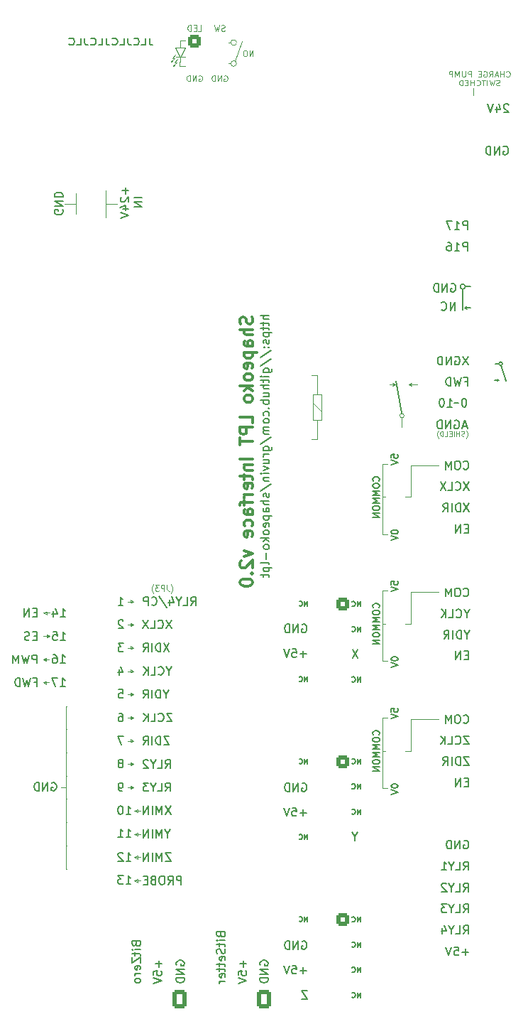
<source format=gbr>
%TF.GenerationSoftware,KiCad,Pcbnew,(6.0.1-0)*%
%TF.CreationDate,2022-06-06T20:51:42+12:00*%
%TF.ProjectId,controller,636f6e74-726f-46c6-9c65-722e6b696361,2.0*%
%TF.SameCoordinates,PX324e6b0PYa469d80*%
%TF.FileFunction,Legend,Bot*%
%TF.FilePolarity,Positive*%
%FSLAX46Y46*%
G04 Gerber Fmt 4.6, Leading zero omitted, Abs format (unit mm)*
G04 Created by KiCad (PCBNEW (6.0.1-0)) date 2022-06-06 20:51:42*
%MOMM*%
%LPD*%
G01*
G04 APERTURE LIST*
G04 Aperture macros list*
%AMRoundRect*
0 Rectangle with rounded corners*
0 $1 Rounding radius*
0 $2 $3 $4 $5 $6 $7 $8 $9 X,Y pos of 4 corners*
0 Add a 4 corners polygon primitive as box body*
4,1,4,$2,$3,$4,$5,$6,$7,$8,$9,$2,$3,0*
0 Add four circle primitives for the rounded corners*
1,1,$1+$1,$2,$3*
1,1,$1+$1,$4,$5*
1,1,$1+$1,$6,$7*
1,1,$1+$1,$8,$9*
0 Add four rect primitives between the rounded corners*
20,1,$1+$1,$2,$3,$4,$5,0*
20,1,$1+$1,$4,$5,$6,$7,0*
20,1,$1+$1,$6,$7,$8,$9,0*
20,1,$1+$1,$8,$9,$2,$3,0*%
G04 Aperture macros list end*
%ADD10C,0.100000*%
%ADD11C,0.200000*%
%ADD12C,0.150000*%
%ADD13C,0.130000*%
%ADD14C,0.125000*%
%ADD15C,0.140000*%
%ADD16C,0.300000*%
%ADD17C,0.120000*%
%ADD18C,0.110000*%
%ADD19R,1.700000X1.700000*%
%ADD20O,1.700000X1.700000*%
%ADD21C,1.000000*%
%ADD22RoundRect,0.250001X-0.499999X0.499999X-0.499999X-0.499999X0.499999X-0.499999X0.499999X0.499999X0*%
%ADD23C,1.500000*%
%ADD24R,2.100000X2.100000*%
%ADD25C,2.100000*%
%ADD26RoundRect,0.250001X-0.499999X-0.499999X0.499999X-0.499999X0.499999X0.499999X-0.499999X0.499999X0*%
%ADD27C,1.100000*%
%ADD28R,2.200000X2.200000*%
%ADD29C,2.200000*%
%ADD30C,1.448000*%
%ADD31RoundRect,0.250000X0.620000X0.845000X-0.620000X0.845000X-0.620000X-0.845000X0.620000X-0.845000X0*%
%ADD32O,1.740000X2.190000*%
%ADD33C,5.500000*%
%ADD34C,2.300000*%
%ADD35R,2.300000X2.300000*%
%ADD36C,1.700000*%
%ADD37O,3.200000X1.600000*%
%ADD38O,1.750000X3.500000*%
%ADD39C,4.000000*%
%ADD40R,1.600000X1.600000*%
%ADD41C,1.600000*%
G04 APERTURE END LIST*
D10*
X9800000Y47450000D02*
X9100000Y47450000D01*
X19516000Y40700000D02*
X19516000Y40350000D01*
X52950000Y69550000D02*
X52950000Y73350000D01*
D11*
X60100000Y94625000D02*
X59450000Y94625000D01*
D10*
X19985000Y26650000D02*
X20335000Y26450000D01*
X19526000Y57300000D02*
X19526000Y56950000D01*
X32158542Y123700000D02*
G75*
G03*
X32158542Y123700000I-333542J0D01*
G01*
X20685000Y32200000D02*
X19985000Y32200000D01*
X11800000Y34975500D02*
X11200000Y34975500D01*
X11800000Y41900500D02*
X12100000Y41899500D01*
X19866000Y34950000D02*
X19516000Y34800000D01*
X52950000Y73350000D02*
X56250000Y73350000D01*
X19166000Y40500000D02*
X19866000Y40500000D01*
X19876000Y54330000D02*
X19526000Y54530000D01*
X11800000Y30800500D02*
X12100000Y30799500D01*
X11800000Y25251000D02*
X12100000Y25250000D01*
X52325000Y54450000D02*
X52900000Y54450000D01*
X24600000Y120875000D02*
X24675000Y121100000D01*
X19516000Y35150000D02*
X19516000Y34800000D01*
D12*
X63500000Y83475000D02*
X63275000Y83375000D01*
X58650000Y80750000D02*
X58150000Y80750000D01*
D10*
X49550000Y73500000D02*
X50150000Y73500000D01*
X24600000Y120875000D02*
X24800000Y120975000D01*
X50150000Y50000000D02*
X49550000Y50000000D01*
X26050000Y123125000D02*
X25450000Y121950000D01*
X16600000Y106100000D02*
X16600000Y102850000D01*
X24750000Y121850000D02*
X24500000Y121850000D01*
X52950000Y58250000D02*
X56250000Y58250000D01*
X49550000Y58400000D02*
X50150000Y58400000D01*
X19516000Y51790000D02*
X19516000Y51440000D01*
X26025000Y122000000D02*
X24900000Y122000000D01*
X24750000Y121850000D02*
X24325000Y121375000D01*
X49550000Y34850000D02*
X49550000Y43250000D01*
D11*
X59365562Y92100000D02*
X59650000Y91975000D01*
D12*
X63881155Y85450000D02*
G75*
G03*
X63881155Y85450000I-206155J0D01*
G01*
D10*
X19166000Y51590000D02*
X19866000Y51590000D01*
X9500000Y53200000D02*
X9500000Y52850000D01*
X19985000Y29400000D02*
X20335000Y29200000D01*
X19866000Y43250000D02*
X19516000Y43100000D01*
X19516000Y37950000D02*
X19516000Y37600000D01*
X19176000Y48800000D02*
X19876000Y48800000D01*
X20335000Y29200000D02*
X20335000Y29550000D01*
X9500000Y55550000D02*
X9500000Y55900000D01*
X25025000Y121350000D02*
X24775000Y121350000D01*
X25450000Y123950000D02*
X25450000Y123125000D01*
X11800000Y39150500D02*
X12100000Y39149500D01*
X19985000Y32200000D02*
X20335000Y32350000D01*
X9850000Y53000000D02*
X9500000Y52850000D01*
X9150000Y53000000D02*
X9850000Y53000000D01*
X19876000Y48800000D02*
X19526000Y48650000D01*
X19526000Y54530000D02*
X19526000Y54180000D01*
X19876000Y48800000D02*
X19526000Y49000000D01*
X11800000Y44650500D02*
X12100000Y44649500D01*
X9100000Y47450000D02*
X9450000Y47250000D01*
X13000000Y104500000D02*
X11650000Y104500000D01*
X50150000Y34850000D02*
X49550000Y34850000D01*
X52950000Y39300000D02*
X52950000Y43100000D01*
X25450000Y121950000D02*
X25400000Y120900000D01*
X19876000Y57100000D02*
X19526000Y56950000D01*
X19985000Y23850000D02*
X20335000Y24000000D01*
X49550000Y43250000D02*
X50150000Y43250000D01*
X16600000Y104500000D02*
X17950000Y104500000D01*
D11*
X59365562Y92100000D02*
X59650000Y92225000D01*
D10*
X19166000Y37750000D02*
X19866000Y37750000D01*
X49550000Y50000000D02*
X49550000Y58400000D01*
X31450000Y123725000D02*
X31175000Y123725000D01*
X19866000Y51590000D02*
X19516000Y51790000D01*
X25400000Y120900000D02*
X26050000Y120900000D01*
X19526000Y49000000D02*
X19526000Y48650000D01*
D12*
X63468845Y85450000D02*
X63000000Y85450000D01*
D10*
X19866000Y37750000D02*
X19516000Y37600000D01*
X9100000Y50200000D02*
X9450000Y50000000D01*
D12*
X63500000Y83475000D02*
X63275000Y83600000D01*
D10*
X19866000Y46050000D02*
X19516000Y46250000D01*
X24850000Y123125000D02*
X25450000Y123125000D01*
X49550000Y65100000D02*
X49550000Y73500000D01*
X11800000Y36350500D02*
X12100000Y36349500D01*
X19866000Y40500000D02*
X19516000Y40700000D01*
X19166000Y46050000D02*
X19866000Y46050000D01*
X25450000Y123950000D02*
X26050000Y123950000D01*
X9100000Y50200000D02*
X9450000Y50350000D01*
X20335000Y32000000D02*
X20335000Y32350000D01*
X19176000Y54330000D02*
X19876000Y54330000D01*
X25025000Y121350000D02*
X24600000Y120875000D01*
D12*
X63725000Y85250000D02*
X64275000Y83400000D01*
D11*
X59150000Y94325000D02*
X59150000Y91875000D01*
D10*
X19866000Y37750000D02*
X19516000Y37950000D01*
X19866000Y51590000D02*
X19516000Y51440000D01*
D12*
X63500000Y83475000D02*
X62987310Y83475000D01*
D10*
X19866000Y43250000D02*
X19516000Y43450000D01*
X49550000Y54450000D02*
X49900000Y54450000D01*
X9450000Y50000000D02*
X9450000Y50350000D01*
X19985000Y32200000D02*
X20335000Y32000000D01*
X11800000Y28050500D02*
X12100000Y28049500D01*
X31491459Y121200000D02*
X31175000Y121200000D01*
X19866000Y34950000D02*
X19516000Y35150000D01*
X25450000Y121950000D02*
X24850000Y123125000D01*
X32158542Y121200000D02*
G75*
G03*
X32158542Y121200000I-333542J0D01*
G01*
X49550000Y39300000D02*
X49900000Y39300000D01*
X50150000Y65100000D02*
X49550000Y65100000D01*
X52950000Y54450000D02*
X52950000Y58250000D01*
X52950000Y43100000D02*
X56250000Y43100000D01*
X19176000Y57100000D02*
X19876000Y57100000D01*
X19516000Y43450000D02*
X19516000Y43100000D01*
X60450000Y118300000D02*
X60450000Y117400000D01*
X19866000Y40500000D02*
X19516000Y40350000D01*
X9150000Y55750000D02*
X9500000Y55900000D01*
X52325000Y69550000D02*
X52900000Y69550000D01*
X24325000Y121375000D02*
X24525000Y121475000D01*
X31950000Y121500000D02*
X32800000Y123900000D01*
X11800000Y44650500D02*
X11800000Y25251000D01*
X9850000Y53000000D02*
X9500000Y53200000D01*
X19985000Y29400000D02*
X20335000Y29550000D01*
X52325000Y39300000D02*
X52900000Y39300000D01*
X24500000Y121850000D02*
X24850000Y122250000D01*
X9800000Y50200000D02*
X9100000Y50200000D01*
D11*
X59450000Y94625000D02*
G75*
G03*
X59450000Y94625000I-300000J0D01*
G01*
D10*
X9150000Y55750000D02*
X9500000Y55550000D01*
X25450000Y123125000D02*
X26050000Y123125000D01*
X24775000Y121350000D02*
X25125000Y121750000D01*
X19876000Y57100000D02*
X19526000Y57300000D01*
X49550000Y69550000D02*
X49900000Y69550000D01*
X9450000Y47250000D02*
X9450000Y47600000D01*
X19516000Y46250000D02*
X19516000Y45900000D01*
X20685000Y29400000D02*
X19985000Y29400000D01*
X19985000Y23850000D02*
X20335000Y23650000D01*
X11800000Y33600500D02*
X12100000Y33599500D01*
X19166000Y34950000D02*
X19866000Y34950000D01*
X20685000Y26650000D02*
X19985000Y26650000D01*
X20685000Y23850000D02*
X19985000Y23850000D01*
X20335000Y26450000D02*
X20335000Y26800000D01*
X19985000Y26650000D02*
X20335000Y26800000D01*
X19876000Y54330000D02*
X19526000Y54180000D01*
X19166000Y43250000D02*
X19866000Y43250000D01*
X13000000Y103250000D02*
X13000000Y105750000D01*
D11*
X59365562Y92100000D02*
X60100000Y92100000D01*
D10*
X9850000Y55750000D02*
X9150000Y55750000D01*
X24325000Y121375000D02*
X24400000Y121600000D01*
X19866000Y46050000D02*
X19516000Y45900000D01*
X20335000Y23650000D02*
X20335000Y24000000D01*
X9100000Y47450000D02*
X9450000Y47600000D01*
D12*
X26704642Y56647620D02*
X27037976Y57123810D01*
X27276071Y56647620D02*
X27276071Y57647620D01*
X26895119Y57647620D01*
X26799880Y57600000D01*
X26752261Y57552381D01*
X26704642Y57457143D01*
X26704642Y57314286D01*
X26752261Y57219048D01*
X26799880Y57171429D01*
X26895119Y57123810D01*
X27276071Y57123810D01*
X25799880Y56647620D02*
X26276071Y56647620D01*
X26276071Y57647620D01*
X25276071Y57123810D02*
X25276071Y56647620D01*
X25609404Y57647620D02*
X25276071Y57123810D01*
X24942738Y57647620D01*
X24180833Y57314286D02*
X24180833Y56647620D01*
X24418928Y57695239D02*
X24657023Y56980953D01*
X24037976Y56980953D01*
X22942738Y57695239D02*
X23799880Y56409524D01*
X22037976Y56742858D02*
X22085595Y56695239D01*
X22228452Y56647620D01*
X22323690Y56647620D01*
X22466547Y56695239D01*
X22561785Y56790477D01*
X22609404Y56885715D01*
X22657023Y57076191D01*
X22657023Y57219048D01*
X22609404Y57409524D01*
X22561785Y57504762D01*
X22466547Y57600000D01*
X22323690Y57647620D01*
X22228452Y57647620D01*
X22085595Y57600000D01*
X22037976Y57552381D01*
X21609404Y56647620D02*
X21609404Y57647620D01*
X21228452Y57647620D01*
X21133214Y57600000D01*
X21085595Y57552381D01*
X21037976Y57457143D01*
X21037976Y57314286D01*
X21085595Y57219048D01*
X21133214Y57171429D01*
X21228452Y57123810D01*
X21609404Y57123810D01*
X18520566Y34497620D02*
X18330090Y34497620D01*
X18234852Y34545239D01*
X18187233Y34592858D01*
X18091995Y34735715D01*
X18044376Y34926191D01*
X18044376Y35307143D01*
X18091995Y35402381D01*
X18139614Y35450000D01*
X18234852Y35497620D01*
X18425328Y35497620D01*
X18520566Y35450000D01*
X18568185Y35402381D01*
X18615804Y35307143D01*
X18615804Y35069048D01*
X18568185Y34973810D01*
X18520566Y34926191D01*
X18425328Y34878572D01*
X18234852Y34878572D01*
X18139614Y34926191D01*
X18091995Y34973810D01*
X18044376Y35069048D01*
X58239404Y91797620D02*
X58239404Y92797620D01*
X57667976Y91797620D01*
X57667976Y92797620D01*
X56620357Y91892858D02*
X56667976Y91845239D01*
X56810833Y91797620D01*
X56906071Y91797620D01*
X57048928Y91845239D01*
X57144166Y91940477D01*
X57191785Y92035715D01*
X57239404Y92226191D01*
X57239404Y92369048D01*
X57191785Y92559524D01*
X57144166Y92654762D01*
X57048928Y92750000D01*
X56906071Y92797620D01*
X56810833Y92797620D01*
X56667976Y92750000D01*
X56620357Y92702381D01*
X59814404Y65821429D02*
X59481071Y65821429D01*
X59338214Y65297620D02*
X59814404Y65297620D01*
X59814404Y66297620D01*
X59338214Y66297620D01*
X58909642Y65297620D02*
X58909642Y66297620D01*
X58338214Y65297620D01*
X58338214Y66297620D01*
X10111904Y35500000D02*
X10207142Y35547620D01*
X10350000Y35547620D01*
X10492857Y35500000D01*
X10588095Y35404762D01*
X10635714Y35309524D01*
X10683333Y35119048D01*
X10683333Y34976191D01*
X10635714Y34785715D01*
X10588095Y34690477D01*
X10492857Y34595239D01*
X10350000Y34547620D01*
X10254761Y34547620D01*
X10111904Y34595239D01*
X10064285Y34642858D01*
X10064285Y34976191D01*
X10254761Y34976191D01*
X9635714Y34547620D02*
X9635714Y35547620D01*
X9064285Y34547620D01*
X9064285Y35547620D01*
X8588095Y34547620D02*
X8588095Y35547620D01*
X8350000Y35547620D01*
X8207142Y35500000D01*
X8111904Y35404762D01*
X8064285Y35309524D01*
X8016666Y35119048D01*
X8016666Y34976191D01*
X8064285Y34785715D01*
X8111904Y34690477D01*
X8207142Y34595239D01*
X8350000Y34547620D01*
X8588095Y34547620D01*
X40609642Y10747620D02*
X39942976Y10747620D01*
X40609642Y9747620D01*
X39942976Y9747620D01*
X25561785Y23397620D02*
X25561785Y24397620D01*
X25180833Y24397620D01*
X25085595Y24350000D01*
X25037976Y24302381D01*
X24990357Y24207143D01*
X24990357Y24064286D01*
X25037976Y23969048D01*
X25085595Y23921429D01*
X25180833Y23873810D01*
X25561785Y23873810D01*
X23990357Y23397620D02*
X24323690Y23873810D01*
X24561785Y23397620D02*
X24561785Y24397620D01*
X24180833Y24397620D01*
X24085595Y24350000D01*
X24037976Y24302381D01*
X23990357Y24207143D01*
X23990357Y24064286D01*
X24037976Y23969048D01*
X24085595Y23921429D01*
X24180833Y23873810D01*
X24561785Y23873810D01*
X23371309Y24397620D02*
X23180833Y24397620D01*
X23085595Y24350000D01*
X22990357Y24254762D01*
X22942738Y24064286D01*
X22942738Y23730953D01*
X22990357Y23540477D01*
X23085595Y23445239D01*
X23180833Y23397620D01*
X23371309Y23397620D01*
X23466547Y23445239D01*
X23561785Y23540477D01*
X23609404Y23730953D01*
X23609404Y24064286D01*
X23561785Y24254762D01*
X23466547Y24350000D01*
X23371309Y24397620D01*
X22180833Y23921429D02*
X22037976Y23873810D01*
X21990357Y23826191D01*
X21942738Y23730953D01*
X21942738Y23588096D01*
X21990357Y23492858D01*
X22037976Y23445239D01*
X22133214Y23397620D01*
X22514166Y23397620D01*
X22514166Y24397620D01*
X22180833Y24397620D01*
X22085595Y24350000D01*
X22037976Y24302381D01*
X21990357Y24207143D01*
X21990357Y24111905D01*
X22037976Y24016667D01*
X22085595Y23969048D01*
X22180833Y23921429D01*
X22514166Y23921429D01*
X21514166Y23921429D02*
X21180833Y23921429D01*
X21037976Y23397620D02*
X21514166Y23397620D01*
X21514166Y24397620D01*
X21037976Y24397620D01*
X36052380Y91164405D02*
X35052380Y91164405D01*
X36052380Y90735834D02*
X35528571Y90735834D01*
X35433333Y90783453D01*
X35385714Y90878691D01*
X35385714Y91021548D01*
X35433333Y91116786D01*
X35480952Y91164405D01*
X35385714Y90402500D02*
X35385714Y90021548D01*
X35052380Y90259643D02*
X35909523Y90259643D01*
X36004761Y90212024D01*
X36052380Y90116786D01*
X36052380Y90021548D01*
X35385714Y89831072D02*
X35385714Y89450120D01*
X35052380Y89688215D02*
X35909523Y89688215D01*
X36004761Y89640596D01*
X36052380Y89545358D01*
X36052380Y89450120D01*
X35385714Y89116786D02*
X36385714Y89116786D01*
X35433333Y89116786D02*
X35385714Y89021548D01*
X35385714Y88831072D01*
X35433333Y88735834D01*
X35480952Y88688215D01*
X35576190Y88640596D01*
X35861904Y88640596D01*
X35957142Y88688215D01*
X36004761Y88735834D01*
X36052380Y88831072D01*
X36052380Y89021548D01*
X36004761Y89116786D01*
X36004761Y88259643D02*
X36052380Y88164405D01*
X36052380Y87973929D01*
X36004761Y87878691D01*
X35909523Y87831072D01*
X35861904Y87831072D01*
X35766666Y87878691D01*
X35719047Y87973929D01*
X35719047Y88116786D01*
X35671428Y88212024D01*
X35576190Y88259643D01*
X35528571Y88259643D01*
X35433333Y88212024D01*
X35385714Y88116786D01*
X35385714Y87973929D01*
X35433333Y87878691D01*
X35957142Y87402500D02*
X36004761Y87354881D01*
X36052380Y87402500D01*
X36004761Y87450120D01*
X35957142Y87402500D01*
X36052380Y87402500D01*
X35433333Y87402500D02*
X35480952Y87354881D01*
X35528571Y87402500D01*
X35480952Y87450120D01*
X35433333Y87402500D01*
X35528571Y87402500D01*
X35004761Y86212024D02*
X36290476Y87069167D01*
X35004761Y85164405D02*
X36290476Y86021548D01*
X35385714Y84402500D02*
X36195238Y84402500D01*
X36290476Y84450120D01*
X36338095Y84497739D01*
X36385714Y84592977D01*
X36385714Y84735834D01*
X36338095Y84831072D01*
X36004761Y84402500D02*
X36052380Y84497739D01*
X36052380Y84688215D01*
X36004761Y84783453D01*
X35957142Y84831072D01*
X35861904Y84878691D01*
X35576190Y84878691D01*
X35480952Y84831072D01*
X35433333Y84783453D01*
X35385714Y84688215D01*
X35385714Y84497739D01*
X35433333Y84402500D01*
X36052380Y83926310D02*
X35385714Y83926310D01*
X35052380Y83926310D02*
X35100000Y83973929D01*
X35147619Y83926310D01*
X35100000Y83878691D01*
X35052380Y83926310D01*
X35147619Y83926310D01*
X35385714Y83592977D02*
X35385714Y83212024D01*
X35052380Y83450120D02*
X35909523Y83450120D01*
X36004761Y83402500D01*
X36052380Y83307262D01*
X36052380Y83212024D01*
X36052380Y82878691D02*
X35052380Y82878691D01*
X36052380Y82450120D02*
X35528571Y82450120D01*
X35433333Y82497739D01*
X35385714Y82592977D01*
X35385714Y82735834D01*
X35433333Y82831072D01*
X35480952Y82878691D01*
X35385714Y81545358D02*
X36052380Y81545358D01*
X35385714Y81973929D02*
X35909523Y81973929D01*
X36004761Y81926310D01*
X36052380Y81831072D01*
X36052380Y81688215D01*
X36004761Y81592977D01*
X35957142Y81545358D01*
X36052380Y81069167D02*
X35052380Y81069167D01*
X35433333Y81069167D02*
X35385714Y80973929D01*
X35385714Y80783453D01*
X35433333Y80688215D01*
X35480952Y80640596D01*
X35576190Y80592977D01*
X35861904Y80592977D01*
X35957142Y80640596D01*
X36004761Y80688215D01*
X36052380Y80783453D01*
X36052380Y80973929D01*
X36004761Y81069167D01*
X35957142Y80164405D02*
X36004761Y80116786D01*
X36052380Y80164405D01*
X36004761Y80212024D01*
X35957142Y80164405D01*
X36052380Y80164405D01*
X36004761Y79259643D02*
X36052380Y79354881D01*
X36052380Y79545358D01*
X36004761Y79640596D01*
X35957142Y79688215D01*
X35861904Y79735834D01*
X35576190Y79735834D01*
X35480952Y79688215D01*
X35433333Y79640596D01*
X35385714Y79545358D01*
X35385714Y79354881D01*
X35433333Y79259643D01*
X36052380Y78688215D02*
X36004761Y78783453D01*
X35957142Y78831072D01*
X35861904Y78878691D01*
X35576190Y78878691D01*
X35480952Y78831072D01*
X35433333Y78783453D01*
X35385714Y78688215D01*
X35385714Y78545358D01*
X35433333Y78450120D01*
X35480952Y78402500D01*
X35576190Y78354881D01*
X35861904Y78354881D01*
X35957142Y78402500D01*
X36004761Y78450120D01*
X36052380Y78545358D01*
X36052380Y78688215D01*
X36052380Y77926310D02*
X35385714Y77926310D01*
X35480952Y77926310D02*
X35433333Y77878691D01*
X35385714Y77783453D01*
X35385714Y77640596D01*
X35433333Y77545358D01*
X35528571Y77497739D01*
X36052380Y77497739D01*
X35528571Y77497739D02*
X35433333Y77450120D01*
X35385714Y77354881D01*
X35385714Y77212024D01*
X35433333Y77116786D01*
X35528571Y77069167D01*
X36052380Y77069167D01*
X35004761Y75878691D02*
X36290476Y76735834D01*
X35385714Y75116786D02*
X36195238Y75116786D01*
X36290476Y75164405D01*
X36338095Y75212024D01*
X36385714Y75307262D01*
X36385714Y75450120D01*
X36338095Y75545358D01*
X36004761Y75116786D02*
X36052380Y75212024D01*
X36052380Y75402501D01*
X36004761Y75497739D01*
X35957142Y75545358D01*
X35861904Y75592977D01*
X35576190Y75592977D01*
X35480952Y75545358D01*
X35433333Y75497739D01*
X35385714Y75402501D01*
X35385714Y75212024D01*
X35433333Y75116786D01*
X36052380Y74640596D02*
X35385714Y74640596D01*
X35576190Y74640596D02*
X35480952Y74592977D01*
X35433333Y74545358D01*
X35385714Y74450120D01*
X35385714Y74354881D01*
X35385714Y73592977D02*
X36052380Y73592977D01*
X35385714Y74021548D02*
X35909523Y74021548D01*
X36004761Y73973929D01*
X36052380Y73878691D01*
X36052380Y73735834D01*
X36004761Y73640596D01*
X35957142Y73592977D01*
X35385714Y73212024D02*
X36052380Y72973929D01*
X35385714Y72735834D01*
X36052380Y72354881D02*
X35385714Y72354881D01*
X35052380Y72354881D02*
X35100000Y72402501D01*
X35147619Y72354881D01*
X35100000Y72307262D01*
X35052380Y72354881D01*
X35147619Y72354881D01*
X35385714Y71878691D02*
X36052380Y71878691D01*
X35480952Y71878691D02*
X35433333Y71831072D01*
X35385714Y71735834D01*
X35385714Y71592977D01*
X35433333Y71497739D01*
X35528571Y71450120D01*
X36052380Y71450120D01*
X35004761Y70259643D02*
X36290476Y71116786D01*
X36004761Y69973929D02*
X36052380Y69878691D01*
X36052380Y69688215D01*
X36004761Y69592977D01*
X35909523Y69545358D01*
X35861904Y69545358D01*
X35766666Y69592977D01*
X35719047Y69688215D01*
X35719047Y69831072D01*
X35671428Y69926310D01*
X35576190Y69973929D01*
X35528571Y69973929D01*
X35433333Y69926310D01*
X35385714Y69831072D01*
X35385714Y69688215D01*
X35433333Y69592977D01*
X36052380Y69116786D02*
X35052380Y69116786D01*
X36052380Y68688215D02*
X35528571Y68688215D01*
X35433333Y68735834D01*
X35385714Y68831072D01*
X35385714Y68973929D01*
X35433333Y69069167D01*
X35480952Y69116786D01*
X36052380Y67783453D02*
X35528571Y67783453D01*
X35433333Y67831072D01*
X35385714Y67926310D01*
X35385714Y68116786D01*
X35433333Y68212024D01*
X36004761Y67783453D02*
X36052380Y67878691D01*
X36052380Y68116786D01*
X36004761Y68212024D01*
X35909523Y68259643D01*
X35814285Y68259643D01*
X35719047Y68212024D01*
X35671428Y68116786D01*
X35671428Y67878691D01*
X35623809Y67783453D01*
X35385714Y67307262D02*
X36385714Y67307262D01*
X35433333Y67307262D02*
X35385714Y67212024D01*
X35385714Y67021548D01*
X35433333Y66926310D01*
X35480952Y66878691D01*
X35576190Y66831072D01*
X35861904Y66831072D01*
X35957142Y66878691D01*
X36004761Y66926310D01*
X36052380Y67021548D01*
X36052380Y67212024D01*
X36004761Y67307262D01*
X36004761Y66021548D02*
X36052380Y66116786D01*
X36052380Y66307262D01*
X36004761Y66402500D01*
X35909523Y66450120D01*
X35528571Y66450120D01*
X35433333Y66402500D01*
X35385714Y66307262D01*
X35385714Y66116786D01*
X35433333Y66021548D01*
X35528571Y65973929D01*
X35623809Y65973929D01*
X35719047Y66450120D01*
X36052380Y65402500D02*
X36004761Y65497739D01*
X35957142Y65545358D01*
X35861904Y65592977D01*
X35576190Y65592977D01*
X35480952Y65545358D01*
X35433333Y65497739D01*
X35385714Y65402500D01*
X35385714Y65259643D01*
X35433333Y65164405D01*
X35480952Y65116786D01*
X35576190Y65069167D01*
X35861904Y65069167D01*
X35957142Y65116786D01*
X36004761Y65164405D01*
X36052380Y65259643D01*
X36052380Y65402500D01*
X36052380Y64640596D02*
X35052380Y64640596D01*
X35671428Y64545358D02*
X36052380Y64259643D01*
X35385714Y64259643D02*
X35766666Y64640596D01*
X36052380Y63688215D02*
X36004761Y63783453D01*
X35957142Y63831072D01*
X35861904Y63878691D01*
X35576190Y63878691D01*
X35480952Y63831072D01*
X35433333Y63783453D01*
X35385714Y63688215D01*
X35385714Y63545358D01*
X35433333Y63450120D01*
X35480952Y63402500D01*
X35576190Y63354881D01*
X35861904Y63354881D01*
X35957142Y63402500D01*
X36004761Y63450120D01*
X36052380Y63545358D01*
X36052380Y63688215D01*
X35671428Y62926310D02*
X35671428Y62164405D01*
X36052380Y61545358D02*
X36004761Y61640596D01*
X35909523Y61688215D01*
X35052380Y61688215D01*
X35385714Y61164405D02*
X36385714Y61164405D01*
X35433333Y61164405D02*
X35385714Y61069167D01*
X35385714Y60878691D01*
X35433333Y60783453D01*
X35480952Y60735834D01*
X35576190Y60688215D01*
X35861904Y60688215D01*
X35957142Y60735834D01*
X36004761Y60783453D01*
X36052380Y60878691D01*
X36052380Y61069167D01*
X36004761Y61164405D01*
X35385714Y60402500D02*
X35385714Y60021548D01*
X35052380Y60259643D02*
X35909523Y60259643D01*
X36004761Y60212024D01*
X36052380Y60116786D01*
X36052380Y60021548D01*
D13*
X40622642Y28778572D02*
X40622642Y29378572D01*
X40279785Y28778572D01*
X40279785Y29378572D01*
X39651214Y28835715D02*
X39679785Y28807143D01*
X39765500Y28778572D01*
X39822642Y28778572D01*
X39908357Y28807143D01*
X39965500Y28864286D01*
X39994071Y28921429D01*
X40022642Y29035715D01*
X40022642Y29121429D01*
X39994071Y29235715D01*
X39965500Y29292858D01*
X39908357Y29350000D01*
X39822642Y29378572D01*
X39765500Y29378572D01*
X39679785Y29350000D01*
X39651214Y29321429D01*
D14*
X27596998Y125089021D02*
X27930331Y125089021D01*
X27930331Y125789021D01*
X27363664Y125455687D02*
X27130331Y125455687D01*
X27030331Y125089021D02*
X27363664Y125089021D01*
X27363664Y125789021D01*
X27030331Y125789021D01*
X26730331Y125089021D02*
X26730331Y125789021D01*
X26563664Y125789021D01*
X26463664Y125755687D01*
X26396998Y125689021D01*
X26363664Y125622354D01*
X26330331Y125489021D01*
X26330331Y125389021D01*
X26363664Y125255687D01*
X26396998Y125189021D01*
X26463664Y125122354D01*
X26563664Y125089021D01*
X26730331Y125089021D01*
D12*
X40514404Y31928572D02*
X39752500Y31928572D01*
X40133452Y31547620D02*
X40133452Y32309524D01*
X38800119Y32547620D02*
X39276309Y32547620D01*
X39323928Y32071429D01*
X39276309Y32119048D01*
X39181071Y32166667D01*
X38942976Y32166667D01*
X38847738Y32119048D01*
X38800119Y32071429D01*
X38752500Y31976191D01*
X38752500Y31738096D01*
X38800119Y31642858D01*
X38847738Y31595239D01*
X38942976Y31547620D01*
X39181071Y31547620D01*
X39276309Y31595239D01*
X39323928Y31642858D01*
X38466785Y32547620D02*
X38133452Y31547620D01*
X37800119Y32547620D01*
X59814404Y50721429D02*
X59481071Y50721429D01*
X59338214Y50197620D02*
X59814404Y50197620D01*
X59814404Y51197620D01*
X59338214Y51197620D01*
X58909642Y50197620D02*
X58909642Y51197620D01*
X58338214Y50197620D01*
X58338214Y51197620D01*
X23657023Y37247620D02*
X23990357Y37723810D01*
X24228452Y37247620D02*
X24228452Y38247620D01*
X23847500Y38247620D01*
X23752261Y38200000D01*
X23704642Y38152381D01*
X23657023Y38057143D01*
X23657023Y37914286D01*
X23704642Y37819048D01*
X23752261Y37771429D01*
X23847500Y37723810D01*
X24228452Y37723810D01*
X22752261Y37247620D02*
X23228452Y37247620D01*
X23228452Y38247620D01*
X22228452Y37723810D02*
X22228452Y37247620D01*
X22561785Y38247620D02*
X22228452Y37723810D01*
X21895119Y38247620D01*
X21609404Y38152381D02*
X21561785Y38200000D01*
X21466547Y38247620D01*
X21228452Y38247620D01*
X21133214Y38200000D01*
X21085595Y38152381D01*
X21037976Y38057143D01*
X21037976Y37961905D01*
X21085595Y37819048D01*
X21657023Y37247620D01*
X21037976Y37247620D01*
X59612023Y77983334D02*
X59135833Y77983334D01*
X59707261Y77697620D02*
X59373928Y78697620D01*
X59040595Y77697620D01*
X58183452Y78650000D02*
X58278690Y78697620D01*
X58421547Y78697620D01*
X58564404Y78650000D01*
X58659642Y78554762D01*
X58707261Y78459524D01*
X58754880Y78269048D01*
X58754880Y78126191D01*
X58707261Y77935715D01*
X58659642Y77840477D01*
X58564404Y77745239D01*
X58421547Y77697620D01*
X58326309Y77697620D01*
X58183452Y77745239D01*
X58135833Y77792858D01*
X58135833Y78126191D01*
X58326309Y78126191D01*
X57707261Y77697620D02*
X57707261Y78697620D01*
X57135833Y77697620D01*
X57135833Y78697620D01*
X56659642Y77697620D02*
X56659642Y78697620D01*
X56421547Y78697620D01*
X56278690Y78650000D01*
X56183452Y78554762D01*
X56135833Y78459524D01*
X56088214Y78269048D01*
X56088214Y78126191D01*
X56135833Y77935715D01*
X56183452Y77840477D01*
X56278690Y77745239D01*
X56421547Y77697620D01*
X56659642Y77697620D01*
X59623928Y55648810D02*
X59623928Y55172620D01*
X59957261Y56172620D02*
X59623928Y55648810D01*
X59290595Y56172620D01*
X58385833Y55267858D02*
X58433452Y55220239D01*
X58576309Y55172620D01*
X58671547Y55172620D01*
X58814404Y55220239D01*
X58909642Y55315477D01*
X58957261Y55410715D01*
X59004880Y55601191D01*
X59004880Y55744048D01*
X58957261Y55934524D01*
X58909642Y56029762D01*
X58814404Y56125000D01*
X58671547Y56172620D01*
X58576309Y56172620D01*
X58433452Y56125000D01*
X58385833Y56077381D01*
X57481071Y55172620D02*
X57957261Y55172620D01*
X57957261Y56172620D01*
X57147738Y55172620D02*
X57147738Y56172620D01*
X56576309Y55172620D02*
X57004880Y55744048D01*
X56576309Y56172620D02*
X57147738Y55601191D01*
D15*
X50611904Y59117191D02*
X50611904Y59498143D01*
X50992857Y59536239D01*
X50954761Y59498143D01*
X50916666Y59421953D01*
X50916666Y59231477D01*
X50954761Y59155286D01*
X50992857Y59117191D01*
X51069047Y59079096D01*
X51259523Y59079096D01*
X51335714Y59117191D01*
X51373809Y59155286D01*
X51411904Y59231477D01*
X51411904Y59421953D01*
X51373809Y59498143D01*
X51335714Y59536239D01*
X50611904Y58850524D02*
X51411904Y58583858D01*
X50611904Y58317191D01*
X50611904Y35166143D02*
X50611904Y35089953D01*
X50650000Y35013762D01*
X50688095Y34975667D01*
X50764285Y34937572D01*
X50916666Y34899477D01*
X51107142Y34899477D01*
X51259523Y34937572D01*
X51335714Y34975667D01*
X51373809Y35013762D01*
X51411904Y35089953D01*
X51411904Y35166143D01*
X51373809Y35242334D01*
X51335714Y35280429D01*
X51259523Y35318524D01*
X51107142Y35356620D01*
X50916666Y35356620D01*
X50764285Y35318524D01*
X50688095Y35280429D01*
X50650000Y35242334D01*
X50611904Y35166143D01*
X50611904Y34670905D02*
X51411904Y34404239D01*
X50611904Y34137572D01*
D12*
X18044376Y56647620D02*
X18615804Y56647620D01*
X18330090Y56647620D02*
X18330090Y57647620D01*
X18425328Y57504762D01*
X18520566Y57409524D01*
X18615804Y57361905D01*
X18980357Y28997620D02*
X19551785Y28997620D01*
X19266071Y28997620D02*
X19266071Y29997620D01*
X19361309Y29854762D01*
X19456547Y29759524D01*
X19551785Y29711905D01*
X18027976Y28997620D02*
X18599404Y28997620D01*
X18313690Y28997620D02*
X18313690Y29997620D01*
X18408928Y29854762D01*
X18504166Y29759524D01*
X18599404Y29711905D01*
D15*
X49135714Y71473810D02*
X49173809Y71511905D01*
X49211904Y71626191D01*
X49211904Y71702381D01*
X49173809Y71816667D01*
X49097619Y71892858D01*
X49021428Y71930953D01*
X48869047Y71969048D01*
X48754761Y71969048D01*
X48602380Y71930953D01*
X48526190Y71892858D01*
X48450000Y71816667D01*
X48411904Y71702381D01*
X48411904Y71626191D01*
X48450000Y71511905D01*
X48488095Y71473810D01*
X48411904Y70978572D02*
X48411904Y70826191D01*
X48450000Y70750000D01*
X48526190Y70673810D01*
X48678571Y70635715D01*
X48945238Y70635715D01*
X49097619Y70673810D01*
X49173809Y70750000D01*
X49211904Y70826191D01*
X49211904Y70978572D01*
X49173809Y71054762D01*
X49097619Y71130953D01*
X48945238Y71169048D01*
X48678571Y71169048D01*
X48526190Y71130953D01*
X48450000Y71054762D01*
X48411904Y70978572D01*
X49211904Y70292858D02*
X48411904Y70292858D01*
X48983333Y70026191D01*
X48411904Y69759524D01*
X49211904Y69759524D01*
X49211904Y69378572D02*
X48411904Y69378572D01*
X48983333Y69111905D01*
X48411904Y68845239D01*
X49211904Y68845239D01*
X48411904Y68311905D02*
X48411904Y68159524D01*
X48450000Y68083334D01*
X48526190Y68007143D01*
X48678571Y67969048D01*
X48945238Y67969048D01*
X49097619Y68007143D01*
X49173809Y68083334D01*
X49211904Y68159524D01*
X49211904Y68311905D01*
X49173809Y68388096D01*
X49097619Y68464286D01*
X48945238Y68502381D01*
X48678571Y68502381D01*
X48526190Y68464286D01*
X48450000Y68388096D01*
X48411904Y68311905D01*
X49211904Y67626191D02*
X48411904Y67626191D01*
X49211904Y67169048D01*
X48411904Y67169048D01*
D12*
X59909642Y71347620D02*
X59242976Y70347620D01*
X59242976Y71347620D02*
X59909642Y70347620D01*
X58290595Y70442858D02*
X58338214Y70395239D01*
X58481071Y70347620D01*
X58576309Y70347620D01*
X58719166Y70395239D01*
X58814404Y70490477D01*
X58862023Y70585715D01*
X58909642Y70776191D01*
X58909642Y70919048D01*
X58862023Y71109524D01*
X58814404Y71204762D01*
X58719166Y71300000D01*
X58576309Y71347620D01*
X58481071Y71347620D01*
X58338214Y71300000D01*
X58290595Y71252381D01*
X57385833Y70347620D02*
X57862023Y70347620D01*
X57862023Y71347620D01*
X57147738Y71347620D02*
X56481071Y70347620D01*
X56481071Y71347620D02*
X57147738Y70347620D01*
D13*
X40622642Y37778572D02*
X40622642Y38378572D01*
X40279785Y37778572D01*
X40279785Y38378572D01*
X39651214Y37835715D02*
X39679785Y37807143D01*
X39765500Y37778572D01*
X39822642Y37778572D01*
X39908357Y37807143D01*
X39965500Y37864286D01*
X39994071Y37921429D01*
X40022642Y38035715D01*
X40022642Y38121429D01*
X39994071Y38235715D01*
X39965500Y38292858D01*
X39908357Y38350000D01*
X39822642Y38378572D01*
X39765500Y38378572D01*
X39679785Y38350000D01*
X39651214Y38321429D01*
D12*
X24085595Y48823810D02*
X24085595Y48347620D01*
X24418928Y49347620D02*
X24085595Y48823810D01*
X23752261Y49347620D01*
X22847500Y48442858D02*
X22895119Y48395239D01*
X23037976Y48347620D01*
X23133214Y48347620D01*
X23276071Y48395239D01*
X23371309Y48490477D01*
X23418928Y48585715D01*
X23466547Y48776191D01*
X23466547Y48919048D01*
X23418928Y49109524D01*
X23371309Y49204762D01*
X23276071Y49300000D01*
X23133214Y49347620D01*
X23037976Y49347620D01*
X22895119Y49300000D01*
X22847500Y49252381D01*
X21942738Y48347620D02*
X22418928Y48347620D01*
X22418928Y49347620D01*
X21609404Y48347620D02*
X21609404Y49347620D01*
X21037976Y48347620D02*
X21466547Y48919048D01*
X21037976Y49347620D02*
X21609404Y48776191D01*
X18990357Y23427620D02*
X19561785Y23427620D01*
X19276071Y23427620D02*
X19276071Y24427620D01*
X19371309Y24284762D01*
X19466547Y24189524D01*
X19561785Y24141905D01*
X18657023Y24427620D02*
X18037976Y24427620D01*
X18371309Y24046667D01*
X18228452Y24046667D01*
X18133214Y23999048D01*
X18085595Y23951429D01*
X18037976Y23856191D01*
X18037976Y23618096D01*
X18085595Y23522858D01*
X18133214Y23475239D01*
X18228452Y23427620D01*
X18514166Y23427620D01*
X18609404Y23475239D01*
X18657023Y23522858D01*
D13*
X40622642Y18978572D02*
X40622642Y19578572D01*
X40279785Y18978572D01*
X40279785Y19578572D01*
X39651214Y19035715D02*
X39679785Y19007143D01*
X39765500Y18978572D01*
X39822642Y18978572D01*
X39908357Y19007143D01*
X39965500Y19064286D01*
X39994071Y19121429D01*
X40022642Y19235715D01*
X40022642Y19321429D01*
X39994071Y19435715D01*
X39965500Y19492858D01*
X39908357Y19550000D01*
X39822642Y19578572D01*
X39765500Y19578572D01*
X39679785Y19550000D01*
X39651214Y19521429D01*
D12*
X18663423Y52117620D02*
X18044376Y52117620D01*
X18377709Y51736667D01*
X18234852Y51736667D01*
X18139614Y51689048D01*
X18091995Y51641429D01*
X18044376Y51546191D01*
X18044376Y51308096D01*
X18091995Y51212858D01*
X18139614Y51165239D01*
X18234852Y51117620D01*
X18520566Y51117620D01*
X18615804Y51165239D01*
X18663423Y51212858D01*
D14*
X27680331Y119750000D02*
X27746998Y119783334D01*
X27846998Y119783334D01*
X27946998Y119750000D01*
X28013664Y119683334D01*
X28046998Y119616667D01*
X28080331Y119483334D01*
X28080331Y119383334D01*
X28046998Y119250000D01*
X28013664Y119183334D01*
X27946998Y119116667D01*
X27846998Y119083334D01*
X27780331Y119083334D01*
X27680331Y119116667D01*
X27646998Y119150000D01*
X27646998Y119383334D01*
X27780331Y119383334D01*
X27346998Y119083334D02*
X27346998Y119783334D01*
X26946998Y119083334D01*
X26946998Y119783334D01*
X26613664Y119083334D02*
X26613664Y119783334D01*
X26446998Y119783334D01*
X26346998Y119750000D01*
X26280331Y119683334D01*
X26246998Y119616667D01*
X26213664Y119483334D01*
X26213664Y119383334D01*
X26246998Y119250000D01*
X26280331Y119183334D01*
X26346998Y119116667D01*
X26446998Y119083334D01*
X26613664Y119083334D01*
D12*
X59242976Y42692858D02*
X59290595Y42645239D01*
X59433452Y42597620D01*
X59528690Y42597620D01*
X59671547Y42645239D01*
X59766785Y42740477D01*
X59814404Y42835715D01*
X59862023Y43026191D01*
X59862023Y43169048D01*
X59814404Y43359524D01*
X59766785Y43454762D01*
X59671547Y43550000D01*
X59528690Y43597620D01*
X59433452Y43597620D01*
X59290595Y43550000D01*
X59242976Y43502381D01*
X58623928Y43597620D02*
X58433452Y43597620D01*
X58338214Y43550000D01*
X58242976Y43454762D01*
X58195357Y43264286D01*
X58195357Y42930953D01*
X58242976Y42740477D01*
X58338214Y42645239D01*
X58433452Y42597620D01*
X58623928Y42597620D01*
X58719166Y42645239D01*
X58814404Y42740477D01*
X58862023Y42930953D01*
X58862023Y43264286D01*
X58814404Y43454762D01*
X58719166Y43550000D01*
X58623928Y43597620D01*
X57766785Y42597620D02*
X57766785Y43597620D01*
X57433452Y42883334D01*
X57100119Y43597620D01*
X57100119Y42597620D01*
X24323690Y32747620D02*
X23657023Y31747620D01*
X23657023Y32747620D02*
X24323690Y31747620D01*
X23276071Y31747620D02*
X23276071Y32747620D01*
X22942738Y32033334D01*
X22609404Y32747620D01*
X22609404Y31747620D01*
X22133214Y31747620D02*
X22133214Y32747620D01*
X21657023Y31747620D02*
X21657023Y32747620D01*
X21085595Y31747620D01*
X21085595Y32747620D01*
X18100995Y46607620D02*
X18577185Y46607620D01*
X18624804Y46131429D01*
X18577185Y46179048D01*
X18481947Y46226667D01*
X18243852Y46226667D01*
X18148614Y46179048D01*
X18100995Y46131429D01*
X18053376Y46036191D01*
X18053376Y45798096D01*
X18100995Y45702858D01*
X18148614Y45655239D01*
X18243852Y45607620D01*
X18481947Y45607620D01*
X18577185Y45655239D01*
X18624804Y45702858D01*
X11156595Y55278620D02*
X11728023Y55278620D01*
X11442309Y55278620D02*
X11442309Y56278620D01*
X11537547Y56135762D01*
X11632785Y56040524D01*
X11728023Y55992905D01*
X10299452Y55945286D02*
X10299452Y55278620D01*
X10537547Y56326239D02*
X10775642Y55611953D01*
X10156595Y55611953D01*
X40514404Y13128572D02*
X39752500Y13128572D01*
X40133452Y12747620D02*
X40133452Y13509524D01*
X38800119Y13747620D02*
X39276309Y13747620D01*
X39323928Y13271429D01*
X39276309Y13319048D01*
X39181071Y13366667D01*
X38942976Y13366667D01*
X38847738Y13319048D01*
X38800119Y13271429D01*
X38752500Y13176191D01*
X38752500Y12938096D01*
X38800119Y12842858D01*
X38847738Y12795239D01*
X38942976Y12747620D01*
X39181071Y12747620D01*
X39276309Y12795239D01*
X39323928Y12842858D01*
X38466785Y13747620D02*
X38133452Y12747620D01*
X37800119Y13747620D01*
X11400000Y103766786D02*
X11447619Y103671548D01*
X11447619Y103528691D01*
X11400000Y103385834D01*
X11304761Y103290596D01*
X11209523Y103242977D01*
X11019047Y103195358D01*
X10876190Y103195358D01*
X10685714Y103242977D01*
X10590476Y103290596D01*
X10495238Y103385834D01*
X10447619Y103528691D01*
X10447619Y103623929D01*
X10495238Y103766786D01*
X10542857Y103814405D01*
X10876190Y103814405D01*
X10876190Y103623929D01*
X10447619Y104242977D02*
X11447619Y104242977D01*
X10447619Y104814405D01*
X11447619Y104814405D01*
X10447619Y105290596D02*
X11447619Y105290596D01*
X11447619Y105528691D01*
X11400000Y105671548D01*
X11304761Y105766786D01*
X11209523Y105814405D01*
X11019047Y105862024D01*
X10876190Y105862024D01*
X10685714Y105814405D01*
X10590476Y105766786D01*
X10495238Y105671548D01*
X10447619Y105528691D01*
X10447619Y105290596D01*
X23752261Y46073810D02*
X23752261Y45597620D01*
X24085595Y46597620D02*
X23752261Y46073810D01*
X23418928Y46597620D01*
X23085595Y45597620D02*
X23085595Y46597620D01*
X22847500Y46597620D01*
X22704642Y46550000D01*
X22609404Y46454762D01*
X22561785Y46359524D01*
X22514166Y46169048D01*
X22514166Y46026191D01*
X22561785Y45835715D01*
X22609404Y45740477D01*
X22704642Y45645239D01*
X22847500Y45597620D01*
X23085595Y45597620D01*
X22085595Y45597620D02*
X22085595Y46597620D01*
X21037976Y45597620D02*
X21371309Y46073810D01*
X21609404Y45597620D02*
X21609404Y46597620D01*
X21228452Y46597620D01*
X21133214Y46550000D01*
X21085595Y46502381D01*
X21037976Y46407143D01*
X21037976Y46264286D01*
X21085595Y46169048D01*
X21133214Y46121429D01*
X21228452Y46073810D01*
X21609404Y46073810D01*
X24133214Y52147620D02*
X23466547Y51147620D01*
X23466547Y52147620D02*
X24133214Y51147620D01*
X23085595Y51147620D02*
X23085595Y52147620D01*
X22847500Y52147620D01*
X22704642Y52100000D01*
X22609404Y52004762D01*
X22561785Y51909524D01*
X22514166Y51719048D01*
X22514166Y51576191D01*
X22561785Y51385715D01*
X22609404Y51290477D01*
X22704642Y51195239D01*
X22847500Y51147620D01*
X23085595Y51147620D01*
X22085595Y51147620D02*
X22085595Y52147620D01*
X21037976Y51147620D02*
X21371309Y51623810D01*
X21609404Y51147620D02*
X21609404Y52147620D01*
X21228452Y52147620D01*
X21133214Y52100000D01*
X21085595Y52052381D01*
X21037976Y51957143D01*
X21037976Y51814286D01*
X21085595Y51719048D01*
X21133214Y51671429D01*
X21228452Y51623810D01*
X21609404Y51623810D01*
X59373928Y81297620D02*
X59278690Y81297620D01*
X59183452Y81250000D01*
X59135833Y81202381D01*
X59088214Y81107143D01*
X59040595Y80916667D01*
X59040595Y80678572D01*
X59088214Y80488096D01*
X59135833Y80392858D01*
X59183452Y80345239D01*
X59278690Y80297620D01*
X59373928Y80297620D01*
X59469166Y80345239D01*
X59516785Y80392858D01*
X59564404Y80488096D01*
X59612023Y80678572D01*
X59612023Y80916667D01*
X59564404Y81107143D01*
X59516785Y81202381D01*
X59469166Y81250000D01*
X59373928Y81297620D01*
X57326309Y80297620D02*
X57897738Y80297620D01*
X57612023Y80297620D02*
X57612023Y81297620D01*
X57707261Y81154762D01*
X57802500Y81059524D01*
X57897738Y81011905D01*
X56707261Y81297620D02*
X56612023Y81297620D01*
X56516785Y81250000D01*
X56469166Y81202381D01*
X56421547Y81107143D01*
X56373928Y80916667D01*
X56373928Y80678572D01*
X56421547Y80488096D01*
X56469166Y80392858D01*
X56516785Y80345239D01*
X56612023Y80297620D01*
X56707261Y80297620D01*
X56802500Y80345239D01*
X56850119Y80392858D01*
X56897738Y80488096D01*
X56945357Y80678572D01*
X56945357Y80916667D01*
X56897738Y81107143D01*
X56850119Y81202381D01*
X56802500Y81250000D01*
X56707261Y81297620D01*
D15*
X50611904Y50316143D02*
X50611904Y50239953D01*
X50650000Y50163762D01*
X50688095Y50125667D01*
X50764285Y50087572D01*
X50916666Y50049477D01*
X51107142Y50049477D01*
X51259523Y50087572D01*
X51335714Y50125667D01*
X51373809Y50163762D01*
X51411904Y50239953D01*
X51411904Y50316143D01*
X51373809Y50392334D01*
X51335714Y50430429D01*
X51259523Y50468524D01*
X51107142Y50506620D01*
X50916666Y50506620D01*
X50764285Y50468524D01*
X50688095Y50430429D01*
X50650000Y50392334D01*
X50611904Y50316143D01*
X50611904Y49820905D02*
X51411904Y49554239D01*
X50611904Y49287572D01*
D12*
X24984780Y13783215D02*
X24937160Y13878453D01*
X24937160Y14021310D01*
X24984780Y14164167D01*
X25080018Y14259405D01*
X25175256Y14307024D01*
X25365732Y14354643D01*
X25508589Y14354643D01*
X25699065Y14307024D01*
X25794303Y14259405D01*
X25889541Y14164167D01*
X25937160Y14021310D01*
X25937160Y13926072D01*
X25889541Y13783215D01*
X25841922Y13735596D01*
X25508589Y13735596D01*
X25508589Y13926072D01*
X25937160Y13307024D02*
X24937160Y13307024D01*
X25937160Y12735596D01*
X24937160Y12735596D01*
X25937160Y12259405D02*
X24937160Y12259405D01*
X24937160Y12021310D01*
X24984780Y11878453D01*
X25080018Y11783215D01*
X25175256Y11735596D01*
X25365732Y11687977D01*
X25508589Y11687977D01*
X25699065Y11735596D01*
X25794303Y11783215D01*
X25889541Y11878453D01*
X25937160Y12021310D01*
X25937160Y12259405D01*
X59864404Y15328572D02*
X59102500Y15328572D01*
X59483452Y14947620D02*
X59483452Y15709524D01*
X58150119Y15947620D02*
X58626309Y15947620D01*
X58673928Y15471429D01*
X58626309Y15519048D01*
X58531071Y15566667D01*
X58292976Y15566667D01*
X58197738Y15519048D01*
X58150119Y15471429D01*
X58102500Y15376191D01*
X58102500Y15138096D01*
X58150119Y15042858D01*
X58197738Y14995239D01*
X58292976Y14947620D01*
X58531071Y14947620D01*
X58626309Y14995239D01*
X58673928Y15042858D01*
X57816785Y15947620D02*
X57483452Y14947620D01*
X57150119Y15947620D01*
D13*
X46920214Y15928572D02*
X46920214Y16528572D01*
X46577357Y15928572D01*
X46577357Y16528572D01*
X45948785Y15985715D02*
X45977357Y15957143D01*
X46063071Y15928572D01*
X46120214Y15928572D01*
X46205928Y15957143D01*
X46263071Y16014286D01*
X46291642Y16071429D01*
X46320214Y16185715D01*
X46320214Y16271429D01*
X46291642Y16385715D01*
X46263071Y16442858D01*
X46205928Y16500000D01*
X46120214Y16528572D01*
X46063071Y16528572D01*
X45977357Y16500000D01*
X45948785Y16471429D01*
D14*
X30683333Y119750000D02*
X30750000Y119783334D01*
X30850000Y119783334D01*
X30950000Y119750000D01*
X31016666Y119683334D01*
X31050000Y119616667D01*
X31083333Y119483334D01*
X31083333Y119383334D01*
X31050000Y119250000D01*
X31016666Y119183334D01*
X30950000Y119116667D01*
X30850000Y119083334D01*
X30783333Y119083334D01*
X30683333Y119116667D01*
X30650000Y119150000D01*
X30650000Y119383334D01*
X30783333Y119383334D01*
X30350000Y119083334D02*
X30350000Y119783334D01*
X29950000Y119083334D01*
X29950000Y119783334D01*
X29616666Y119083334D02*
X29616666Y119783334D01*
X29450000Y119783334D01*
X29350000Y119750000D01*
X29283333Y119683334D01*
X29250000Y119616667D01*
X29216666Y119483334D01*
X29216666Y119383334D01*
X29250000Y119250000D01*
X29283333Y119183334D01*
X29350000Y119116667D01*
X29450000Y119083334D01*
X29616666Y119083334D01*
D12*
X18663423Y41047620D02*
X17996757Y41047620D01*
X18425328Y40047620D01*
X11150595Y46987620D02*
X11722023Y46987620D01*
X11436309Y46987620D02*
X11436309Y47987620D01*
X11531547Y47844762D01*
X11626785Y47749524D01*
X11722023Y47701905D01*
X10817261Y47987620D02*
X10150595Y47987620D01*
X10579166Y46987620D01*
X8314404Y49747620D02*
X8314404Y50747620D01*
X7933452Y50747620D01*
X7838214Y50700000D01*
X7790595Y50652381D01*
X7742976Y50557143D01*
X7742976Y50414286D01*
X7790595Y50319048D01*
X7838214Y50271429D01*
X7933452Y50223810D01*
X8314404Y50223810D01*
X7409642Y50747620D02*
X7171547Y49747620D01*
X6981071Y50461905D01*
X6790595Y49747620D01*
X6552500Y50747620D01*
X6171547Y49747620D02*
X6171547Y50747620D01*
X5838214Y50033334D01*
X5504880Y50747620D01*
X5504880Y49747620D01*
X59242976Y72942858D02*
X59290595Y72895239D01*
X59433452Y72847620D01*
X59528690Y72847620D01*
X59671547Y72895239D01*
X59766785Y72990477D01*
X59814404Y73085715D01*
X59862023Y73276191D01*
X59862023Y73419048D01*
X59814404Y73609524D01*
X59766785Y73704762D01*
X59671547Y73800000D01*
X59528690Y73847620D01*
X59433452Y73847620D01*
X59290595Y73800000D01*
X59242976Y73752381D01*
X58623928Y73847620D02*
X58433452Y73847620D01*
X58338214Y73800000D01*
X58242976Y73704762D01*
X58195357Y73514286D01*
X58195357Y73180953D01*
X58242976Y72990477D01*
X58338214Y72895239D01*
X58433452Y72847620D01*
X58623928Y72847620D01*
X58719166Y72895239D01*
X58814404Y72990477D01*
X58862023Y73180953D01*
X58862023Y73514286D01*
X58814404Y73704762D01*
X58719166Y73800000D01*
X58623928Y73847620D01*
X57766785Y72847620D02*
X57766785Y73847620D01*
X57433452Y73133334D01*
X57100119Y73847620D01*
X57100119Y72847620D01*
D15*
X50611904Y74217191D02*
X50611904Y74598143D01*
X50992857Y74636239D01*
X50954761Y74598143D01*
X50916666Y74521953D01*
X50916666Y74331477D01*
X50954761Y74255286D01*
X50992857Y74217191D01*
X51069047Y74179096D01*
X51259523Y74179096D01*
X51335714Y74217191D01*
X51373809Y74255286D01*
X51411904Y74331477D01*
X51411904Y74521953D01*
X51373809Y74598143D01*
X51335714Y74636239D01*
X50611904Y73950524D02*
X51411904Y73683858D01*
X50611904Y73417191D01*
D13*
X21769047Y124238096D02*
X21769047Y123666667D01*
X21816666Y123552381D01*
X21911904Y123476191D01*
X22054761Y123438096D01*
X22150000Y123438096D01*
X20816666Y123438096D02*
X21292857Y123438096D01*
X21292857Y124238096D01*
X19911904Y123514286D02*
X19959523Y123476191D01*
X20102380Y123438096D01*
X20197619Y123438096D01*
X20340476Y123476191D01*
X20435714Y123552381D01*
X20483333Y123628572D01*
X20530952Y123780953D01*
X20530952Y123895239D01*
X20483333Y124047620D01*
X20435714Y124123810D01*
X20340476Y124200000D01*
X20197619Y124238096D01*
X20102380Y124238096D01*
X19959523Y124200000D01*
X19911904Y124161905D01*
X19197619Y124238096D02*
X19197619Y123666667D01*
X19245238Y123552381D01*
X19340476Y123476191D01*
X19483333Y123438096D01*
X19578571Y123438096D01*
X18245238Y123438096D02*
X18721428Y123438096D01*
X18721428Y124238096D01*
X17340476Y123514286D02*
X17388095Y123476191D01*
X17530952Y123438096D01*
X17626190Y123438096D01*
X17769047Y123476191D01*
X17864285Y123552381D01*
X17911904Y123628572D01*
X17959523Y123780953D01*
X17959523Y123895239D01*
X17911904Y124047620D01*
X17864285Y124123810D01*
X17769047Y124200000D01*
X17626190Y124238096D01*
X17530952Y124238096D01*
X17388095Y124200000D01*
X17340476Y124161905D01*
X16626190Y124238096D02*
X16626190Y123666667D01*
X16673809Y123552381D01*
X16769047Y123476191D01*
X16911904Y123438096D01*
X17007142Y123438096D01*
X15673809Y123438096D02*
X16150000Y123438096D01*
X16150000Y124238096D01*
X14769047Y123514286D02*
X14816666Y123476191D01*
X14959523Y123438096D01*
X15054761Y123438096D01*
X15197619Y123476191D01*
X15292857Y123552381D01*
X15340476Y123628572D01*
X15388095Y123780953D01*
X15388095Y123895239D01*
X15340476Y124047620D01*
X15292857Y124123810D01*
X15197619Y124200000D01*
X15054761Y124238096D01*
X14959523Y124238096D01*
X14816666Y124200000D01*
X14769047Y124161905D01*
X14054761Y124238096D02*
X14054761Y123666667D01*
X14102380Y123552381D01*
X14197619Y123476191D01*
X14340476Y123438096D01*
X14435714Y123438096D01*
X13102380Y123438096D02*
X13578571Y123438096D01*
X13578571Y124238096D01*
X12197619Y123514286D02*
X12245238Y123476191D01*
X12388095Y123438096D01*
X12483333Y123438096D01*
X12626190Y123476191D01*
X12721428Y123552381D01*
X12769047Y123628572D01*
X12816666Y123780953D01*
X12816666Y123895239D01*
X12769047Y124047620D01*
X12721428Y124123810D01*
X12626190Y124200000D01*
X12483333Y124238096D01*
X12388095Y124238096D01*
X12245238Y124200000D01*
X12197619Y124161905D01*
X46920214Y47528572D02*
X46920214Y48128572D01*
X46577357Y47528572D01*
X46577357Y48128572D01*
X45948785Y47585715D02*
X45977357Y47557143D01*
X46063071Y47528572D01*
X46120214Y47528572D01*
X46205928Y47557143D01*
X46263071Y47614286D01*
X46291642Y47671429D01*
X46320214Y47785715D01*
X46320214Y47871429D01*
X46291642Y47985715D01*
X46263071Y48042858D01*
X46205928Y48100000D01*
X46120214Y48128572D01*
X46063071Y48128572D01*
X45977357Y48100000D01*
X45948785Y48071429D01*
D12*
X18916428Y106461905D02*
X18916428Y105700000D01*
X19297380Y106080953D02*
X18535476Y106080953D01*
X18392619Y105271429D02*
X18345000Y105223810D01*
X18297380Y105128572D01*
X18297380Y104890477D01*
X18345000Y104795239D01*
X18392619Y104747620D01*
X18487857Y104700000D01*
X18583095Y104700000D01*
X18725952Y104747620D01*
X19297380Y105319048D01*
X19297380Y104700000D01*
X18630714Y103842858D02*
X19297380Y103842858D01*
X18249761Y104080953D02*
X18964047Y104319048D01*
X18964047Y103700000D01*
X18297380Y103461905D02*
X19297380Y103128572D01*
X18297380Y102795239D01*
X20907380Y105223810D02*
X19907380Y105223810D01*
X20907380Y104747620D02*
X19907380Y104747620D01*
X20907380Y104176191D01*
X19907380Y104176191D01*
X23942738Y29423810D02*
X23942738Y28947620D01*
X24276071Y29947620D02*
X23942738Y29423810D01*
X23609404Y29947620D01*
X23276071Y28947620D02*
X23276071Y29947620D01*
X22942738Y29233334D01*
X22609404Y29947620D01*
X22609404Y28947620D01*
X22133214Y28947620D02*
X22133214Y29947620D01*
X21657023Y28947620D02*
X21657023Y29947620D01*
X21085595Y28947620D01*
X21085595Y29947620D01*
X59623928Y53148810D02*
X59623928Y52672620D01*
X59957261Y53672620D02*
X59623928Y53148810D01*
X59290595Y53672620D01*
X58957261Y52672620D02*
X58957261Y53672620D01*
X58719166Y53672620D01*
X58576309Y53625000D01*
X58481071Y53529762D01*
X58433452Y53434524D01*
X58385833Y53244048D01*
X58385833Y53101191D01*
X58433452Y52910715D01*
X58481071Y52815477D01*
X58576309Y52720239D01*
X58719166Y52672620D01*
X58957261Y52672620D01*
X57957261Y52672620D02*
X57957261Y53672620D01*
X56909642Y52672620D02*
X57242976Y53148810D01*
X57481071Y52672620D02*
X57481071Y53672620D01*
X57100119Y53672620D01*
X57004880Y53625000D01*
X56957261Y53577381D01*
X56909642Y53482143D01*
X56909642Y53339286D01*
X56957261Y53244048D01*
X57004880Y53196429D01*
X57100119Y53148810D01*
X57481071Y53148810D01*
D13*
X46920214Y53528572D02*
X46920214Y54128572D01*
X46577357Y53528572D01*
X46577357Y54128572D01*
X45948785Y53585715D02*
X45977357Y53557143D01*
X46063071Y53528572D01*
X46120214Y53528572D01*
X46205928Y53557143D01*
X46263071Y53614286D01*
X46291642Y53671429D01*
X46320214Y53785715D01*
X46320214Y53871429D01*
X46291642Y53985715D01*
X46263071Y54042858D01*
X46205928Y54100000D01*
X46120214Y54128572D01*
X46063071Y54128572D01*
X45977357Y54100000D01*
X45948785Y54071429D01*
D15*
X50611904Y65416143D02*
X50611904Y65339953D01*
X50650000Y65263762D01*
X50688095Y65225667D01*
X50764285Y65187572D01*
X50916666Y65149477D01*
X51107142Y65149477D01*
X51259523Y65187572D01*
X51335714Y65225667D01*
X51373809Y65263762D01*
X51411904Y65339953D01*
X51411904Y65416143D01*
X51373809Y65492334D01*
X51335714Y65530429D01*
X51259523Y65568524D01*
X51107142Y65606620D01*
X50916666Y65606620D01*
X50764285Y65568524D01*
X50688095Y65530429D01*
X50650000Y65492334D01*
X50611904Y65416143D01*
X50611904Y64920905D02*
X51411904Y64654239D01*
X50611904Y64387572D01*
D12*
X59242976Y20047620D02*
X59576309Y20523810D01*
X59814404Y20047620D02*
X59814404Y21047620D01*
X59433452Y21047620D01*
X59338214Y21000000D01*
X59290595Y20952381D01*
X59242976Y20857143D01*
X59242976Y20714286D01*
X59290595Y20619048D01*
X59338214Y20571429D01*
X59433452Y20523810D01*
X59814404Y20523810D01*
X58338214Y20047620D02*
X58814404Y20047620D01*
X58814404Y21047620D01*
X57814404Y20523810D02*
X57814404Y20047620D01*
X58147738Y21047620D02*
X57814404Y20523810D01*
X57481071Y21047620D01*
X57242976Y21047620D02*
X56623928Y21047620D01*
X56957261Y20666667D01*
X56814404Y20666667D01*
X56719166Y20619048D01*
X56671547Y20571429D01*
X56623928Y20476191D01*
X56623928Y20238096D01*
X56671547Y20142858D01*
X56719166Y20095239D01*
X56814404Y20047620D01*
X57100119Y20047620D01*
X57195357Y20095239D01*
X57242976Y20142858D01*
D15*
X49135714Y41223810D02*
X49173809Y41261905D01*
X49211904Y41376191D01*
X49211904Y41452381D01*
X49173809Y41566667D01*
X49097619Y41642858D01*
X49021428Y41680953D01*
X48869047Y41719048D01*
X48754761Y41719048D01*
X48602380Y41680953D01*
X48526190Y41642858D01*
X48450000Y41566667D01*
X48411904Y41452381D01*
X48411904Y41376191D01*
X48450000Y41261905D01*
X48488095Y41223810D01*
X48411904Y40728572D02*
X48411904Y40576191D01*
X48450000Y40500000D01*
X48526190Y40423810D01*
X48678571Y40385715D01*
X48945238Y40385715D01*
X49097619Y40423810D01*
X49173809Y40500000D01*
X49211904Y40576191D01*
X49211904Y40728572D01*
X49173809Y40804762D01*
X49097619Y40880953D01*
X48945238Y40919048D01*
X48678571Y40919048D01*
X48526190Y40880953D01*
X48450000Y40804762D01*
X48411904Y40728572D01*
X49211904Y40042858D02*
X48411904Y40042858D01*
X48983333Y39776191D01*
X48411904Y39509524D01*
X49211904Y39509524D01*
X49211904Y39128572D02*
X48411904Y39128572D01*
X48983333Y38861905D01*
X48411904Y38595239D01*
X49211904Y38595239D01*
X48411904Y38061905D02*
X48411904Y37909524D01*
X48450000Y37833334D01*
X48526190Y37757143D01*
X48678571Y37719048D01*
X48945238Y37719048D01*
X49097619Y37757143D01*
X49173809Y37833334D01*
X49211904Y37909524D01*
X49211904Y38061905D01*
X49173809Y38138096D01*
X49097619Y38214286D01*
X48945238Y38252381D01*
X48678571Y38252381D01*
X48526190Y38214286D01*
X48450000Y38138096D01*
X48411904Y38061905D01*
X49211904Y37376191D02*
X48411904Y37376191D01*
X49211904Y36919048D01*
X48411904Y36919048D01*
D12*
X11156595Y52508620D02*
X11728023Y52508620D01*
X11442309Y52508620D02*
X11442309Y53508620D01*
X11537547Y53365762D01*
X11632785Y53270524D01*
X11728023Y53222905D01*
X10251833Y53508620D02*
X10728023Y53508620D01*
X10775642Y53032429D01*
X10728023Y53080048D01*
X10632785Y53127667D01*
X10394690Y53127667D01*
X10299452Y53080048D01*
X10251833Y53032429D01*
X10204214Y52937191D01*
X10204214Y52699096D01*
X10251833Y52603858D01*
X10299452Y52556239D01*
X10394690Y52508620D01*
X10632785Y52508620D01*
X10728023Y52556239D01*
X10775642Y52603858D01*
X59242976Y17497620D02*
X59576309Y17973810D01*
X59814404Y17497620D02*
X59814404Y18497620D01*
X59433452Y18497620D01*
X59338214Y18450000D01*
X59290595Y18402381D01*
X59242976Y18307143D01*
X59242976Y18164286D01*
X59290595Y18069048D01*
X59338214Y18021429D01*
X59433452Y17973810D01*
X59814404Y17973810D01*
X58338214Y17497620D02*
X58814404Y17497620D01*
X58814404Y18497620D01*
X57814404Y17973810D02*
X57814404Y17497620D01*
X58147738Y18497620D02*
X57814404Y17973810D01*
X57481071Y18497620D01*
X56719166Y18164286D02*
X56719166Y17497620D01*
X56957261Y18545239D02*
X57195357Y17830953D01*
X56576309Y17830953D01*
D13*
X46920214Y31778572D02*
X46920214Y32378572D01*
X46577357Y31778572D01*
X46577357Y32378572D01*
X45948785Y31835715D02*
X45977357Y31807143D01*
X46063071Y31778572D01*
X46120214Y31778572D01*
X46205928Y31807143D01*
X46263071Y31864286D01*
X46291642Y31921429D01*
X46320214Y32035715D01*
X46320214Y32121429D01*
X46291642Y32235715D01*
X46263071Y32292858D01*
X46205928Y32350000D01*
X46120214Y32378572D01*
X46063071Y32378572D01*
X45977357Y32350000D01*
X45948785Y32321429D01*
D12*
X59242976Y22547620D02*
X59576309Y23023810D01*
X59814404Y22547620D02*
X59814404Y23547620D01*
X59433452Y23547620D01*
X59338214Y23500000D01*
X59290595Y23452381D01*
X59242976Y23357143D01*
X59242976Y23214286D01*
X59290595Y23119048D01*
X59338214Y23071429D01*
X59433452Y23023810D01*
X59814404Y23023810D01*
X58338214Y22547620D02*
X58814404Y22547620D01*
X58814404Y23547620D01*
X57814404Y23023810D02*
X57814404Y22547620D01*
X58147738Y23547620D02*
X57814404Y23023810D01*
X57481071Y23547620D01*
X57195357Y23452381D02*
X57147738Y23500000D01*
X57052500Y23547620D01*
X56814404Y23547620D01*
X56719166Y23500000D01*
X56671547Y23452381D01*
X56623928Y23357143D01*
X56623928Y23261905D01*
X56671547Y23119048D01*
X57242976Y22547620D01*
X56623928Y22547620D01*
X59714404Y101422620D02*
X59714404Y102422620D01*
X59333452Y102422620D01*
X59238214Y102375000D01*
X59190595Y102327381D01*
X59142976Y102232143D01*
X59142976Y102089286D01*
X59190595Y101994048D01*
X59238214Y101946429D01*
X59333452Y101898810D01*
X59714404Y101898810D01*
X58190595Y101422620D02*
X58762023Y101422620D01*
X58476309Y101422620D02*
X58476309Y102422620D01*
X58571547Y102279762D01*
X58666785Y102184524D01*
X58762023Y102136905D01*
X57857261Y102422620D02*
X57190595Y102422620D01*
X57619166Y101422620D01*
D13*
X46920214Y56528572D02*
X46920214Y57128572D01*
X46577357Y56528572D01*
X46577357Y57128572D01*
X45948785Y56585715D02*
X45977357Y56557143D01*
X46063071Y56528572D01*
X46120214Y56528572D01*
X46205928Y56557143D01*
X46263071Y56614286D01*
X46291642Y56671429D01*
X46320214Y56785715D01*
X46320214Y56871429D01*
X46291642Y56985715D01*
X46263071Y57042858D01*
X46205928Y57100000D01*
X46120214Y57128572D01*
X46063071Y57128572D01*
X45977357Y57100000D01*
X45948785Y57071429D01*
D14*
X30743304Y125122354D02*
X30643304Y125089021D01*
X30476637Y125089021D01*
X30409970Y125122354D01*
X30376637Y125155687D01*
X30343304Y125222354D01*
X30343304Y125289021D01*
X30376637Y125355687D01*
X30409970Y125389021D01*
X30476637Y125422354D01*
X30609970Y125455687D01*
X30676637Y125489021D01*
X30709970Y125522354D01*
X30743304Y125589021D01*
X30743304Y125655687D01*
X30709970Y125722354D01*
X30676637Y125755687D01*
X30609970Y125789021D01*
X30443304Y125789021D01*
X30343304Y125755687D01*
X30109970Y125789021D02*
X29943304Y125089021D01*
X29809970Y125589021D01*
X29676637Y125089021D01*
X29509970Y125789021D01*
D12*
X18139614Y49014286D02*
X18139614Y48347620D01*
X18377709Y49395239D02*
X18615804Y48680953D01*
X17996757Y48680953D01*
X20178571Y16307024D02*
X20226190Y16164167D01*
X20273809Y16116548D01*
X20369047Y16068929D01*
X20511904Y16068929D01*
X20607142Y16116548D01*
X20654761Y16164167D01*
X20702380Y16259405D01*
X20702380Y16640358D01*
X19702380Y16640358D01*
X19702380Y16307024D01*
X19750000Y16211786D01*
X19797619Y16164167D01*
X19892857Y16116548D01*
X19988095Y16116548D01*
X20083333Y16164167D01*
X20130952Y16211786D01*
X20178571Y16307024D01*
X20178571Y16640358D01*
X20702380Y15640358D02*
X20035714Y15640358D01*
X19702380Y15640358D02*
X19750000Y15687977D01*
X19797619Y15640358D01*
X19750000Y15592739D01*
X19702380Y15640358D01*
X19797619Y15640358D01*
X20035714Y15307024D02*
X20035714Y14926072D01*
X19702380Y15164167D02*
X20559523Y15164167D01*
X20654761Y15116548D01*
X20702380Y15021310D01*
X20702380Y14926072D01*
X19702380Y14687977D02*
X19702380Y14021310D01*
X20702380Y14687977D01*
X20702380Y14021310D01*
X20654761Y13259405D02*
X20702380Y13354643D01*
X20702380Y13545120D01*
X20654761Y13640358D01*
X20559523Y13687977D01*
X20178571Y13687977D01*
X20083333Y13640358D01*
X20035714Y13545120D01*
X20035714Y13354643D01*
X20083333Y13259405D01*
X20178571Y13211786D01*
X20273809Y13211786D01*
X20369047Y13687977D01*
X20702380Y12783215D02*
X20035714Y12783215D01*
X20226190Y12783215D02*
X20130952Y12735596D01*
X20083333Y12687977D01*
X20035714Y12592739D01*
X20035714Y12497500D01*
X20702380Y12021310D02*
X20654761Y12116548D01*
X20607142Y12164167D01*
X20511904Y12211786D01*
X20226190Y12211786D01*
X20130952Y12164167D01*
X20083333Y12116548D01*
X20035714Y12021310D01*
X20035714Y11878453D01*
X20083333Y11783215D01*
X20130952Y11735596D01*
X20226190Y11687977D01*
X20511904Y11687977D01*
X20607142Y11735596D01*
X20654761Y11783215D01*
X20702380Y11878453D01*
X20702380Y12021310D01*
X32971428Y14307024D02*
X32971428Y13545120D01*
X33352380Y13926072D02*
X32590476Y13926072D01*
X32352380Y12592739D02*
X32352380Y13068929D01*
X32828571Y13116548D01*
X32780952Y13068929D01*
X32733333Y12973691D01*
X32733333Y12735596D01*
X32780952Y12640358D01*
X32828571Y12592739D01*
X32923809Y12545120D01*
X33161904Y12545120D01*
X33257142Y12592739D01*
X33304761Y12640358D01*
X33352380Y12735596D01*
X33352380Y12973691D01*
X33304761Y13068929D01*
X33257142Y13116548D01*
X32352380Y12259405D02*
X33352380Y11926072D01*
X32352380Y11592739D01*
X59909642Y68797620D02*
X59242976Y67797620D01*
X59242976Y68797620D02*
X59909642Y67797620D01*
X58862023Y67797620D02*
X58862023Y68797620D01*
X58623928Y68797620D01*
X58481071Y68750000D01*
X58385833Y68654762D01*
X58338214Y68559524D01*
X58290595Y68369048D01*
X58290595Y68226191D01*
X58338214Y68035715D01*
X58385833Y67940477D01*
X58481071Y67845239D01*
X58623928Y67797620D01*
X58862023Y67797620D01*
X57862023Y67797620D02*
X57862023Y68797620D01*
X56814404Y67797620D02*
X57147738Y68273810D01*
X57385833Y67797620D02*
X57385833Y68797620D01*
X57004880Y68797620D01*
X56909642Y68750000D01*
X56862023Y68702381D01*
X56814404Y68607143D01*
X56814404Y68464286D01*
X56862023Y68369048D01*
X56909642Y68321429D01*
X57004880Y68273810D01*
X57385833Y68273810D01*
X7981071Y47521429D02*
X8314404Y47521429D01*
X8314404Y46997620D02*
X8314404Y47997620D01*
X7838214Y47997620D01*
X7552500Y47997620D02*
X7314404Y46997620D01*
X7123928Y47711905D01*
X6933452Y46997620D01*
X6695357Y47997620D01*
X6314404Y46997620D02*
X6314404Y47997620D01*
X6076309Y47997620D01*
X5933452Y47950000D01*
X5838214Y47854762D01*
X5790595Y47759524D01*
X5742976Y47569048D01*
X5742976Y47426191D01*
X5790595Y47235715D01*
X5838214Y47140477D01*
X5933452Y47045239D01*
X6076309Y46997620D01*
X6314404Y46997620D01*
X24323690Y27197620D02*
X23657023Y27197620D01*
X24323690Y26197620D01*
X23657023Y26197620D01*
X23276071Y26197620D02*
X23276071Y27197620D01*
X22942738Y26483334D01*
X22609404Y27197620D01*
X22609404Y26197620D01*
X22133214Y26197620D02*
X22133214Y27197620D01*
X21657023Y26197620D02*
X21657023Y27197620D01*
X21085595Y26197620D01*
X21085595Y27197620D01*
X46276071Y29123810D02*
X46276071Y28647620D01*
X46609404Y29647620D02*
X46276071Y29123810D01*
X45942738Y29647620D01*
X23657023Y34497620D02*
X23990357Y34973810D01*
X24228452Y34497620D02*
X24228452Y35497620D01*
X23847500Y35497620D01*
X23752261Y35450000D01*
X23704642Y35402381D01*
X23657023Y35307143D01*
X23657023Y35164286D01*
X23704642Y35069048D01*
X23752261Y35021429D01*
X23847500Y34973810D01*
X24228452Y34973810D01*
X22752261Y34497620D02*
X23228452Y34497620D01*
X23228452Y35497620D01*
X22228452Y34973810D02*
X22228452Y34497620D01*
X22561785Y35497620D02*
X22228452Y34973810D01*
X21895119Y35497620D01*
X21657023Y35497620D02*
X21037976Y35497620D01*
X21371309Y35116667D01*
X21228452Y35116667D01*
X21133214Y35069048D01*
X21085595Y35021429D01*
X21037976Y34926191D01*
X21037976Y34688096D01*
X21085595Y34592858D01*
X21133214Y34545239D01*
X21228452Y34497620D01*
X21514166Y34497620D01*
X21609404Y34545239D01*
X21657023Y34592858D01*
D13*
X46920214Y12928572D02*
X46920214Y13528572D01*
X46577357Y12928572D01*
X46577357Y13528572D01*
X45948785Y12985715D02*
X45977357Y12957143D01*
X46063071Y12928572D01*
X46120214Y12928572D01*
X46205928Y12957143D01*
X46263071Y13014286D01*
X46291642Y13071429D01*
X46320214Y13185715D01*
X46320214Y13271429D01*
X46291642Y13385715D01*
X46263071Y13442858D01*
X46205928Y13500000D01*
X46120214Y13528572D01*
X46063071Y13528572D01*
X45977357Y13500000D01*
X45948785Y13471429D01*
D15*
X50611904Y43967191D02*
X50611904Y44348143D01*
X50992857Y44386239D01*
X50954761Y44348143D01*
X50916666Y44271953D01*
X50916666Y44081477D01*
X50954761Y44005286D01*
X50992857Y43967191D01*
X51069047Y43929096D01*
X51259523Y43929096D01*
X51335714Y43967191D01*
X51373809Y44005286D01*
X51411904Y44081477D01*
X51411904Y44271953D01*
X51373809Y44348143D01*
X51335714Y44386239D01*
X50611904Y43700524D02*
X51411904Y43433858D01*
X50611904Y43167191D01*
D12*
X39990595Y16630000D02*
X40085833Y16677620D01*
X40228690Y16677620D01*
X40371547Y16630000D01*
X40466785Y16534762D01*
X40514404Y16439524D01*
X40562023Y16249048D01*
X40562023Y16106191D01*
X40514404Y15915715D01*
X40466785Y15820477D01*
X40371547Y15725239D01*
X40228690Y15677620D01*
X40133452Y15677620D01*
X39990595Y15725239D01*
X39942976Y15772858D01*
X39942976Y16106191D01*
X40133452Y16106191D01*
X39514404Y15677620D02*
X39514404Y16677620D01*
X38942976Y15677620D01*
X38942976Y16677620D01*
X38466785Y15677620D02*
X38466785Y16677620D01*
X38228690Y16677620D01*
X38085833Y16630000D01*
X37990595Y16534762D01*
X37942976Y16439524D01*
X37895357Y16249048D01*
X37895357Y16106191D01*
X37942976Y15915715D01*
X37990595Y15820477D01*
X38085833Y15725239D01*
X38228690Y15677620D01*
X38466785Y15677620D01*
D14*
X34116666Y122083334D02*
X34116666Y122783334D01*
X33716666Y122083334D01*
X33716666Y122783334D01*
X33250000Y122783334D02*
X33116666Y122783334D01*
X33050000Y122750000D01*
X32983333Y122683334D01*
X32950000Y122550000D01*
X32950000Y122316667D01*
X32983333Y122183334D01*
X33050000Y122116667D01*
X33116666Y122083334D01*
X33250000Y122083334D01*
X33316666Y122116667D01*
X33383333Y122183334D01*
X33416666Y122316667D01*
X33416666Y122550000D01*
X33383333Y122683334D01*
X33316666Y122750000D01*
X33250000Y122783334D01*
D12*
X39990595Y35430000D02*
X40085833Y35477620D01*
X40228690Y35477620D01*
X40371547Y35430000D01*
X40466785Y35334762D01*
X40514404Y35239524D01*
X40562023Y35049048D01*
X40562023Y34906191D01*
X40514404Y34715715D01*
X40466785Y34620477D01*
X40371547Y34525239D01*
X40228690Y34477620D01*
X40133452Y34477620D01*
X39990595Y34525239D01*
X39942976Y34572858D01*
X39942976Y34906191D01*
X40133452Y34906191D01*
X39514404Y34477620D02*
X39514404Y35477620D01*
X38942976Y34477620D01*
X38942976Y35477620D01*
X38466785Y34477620D02*
X38466785Y35477620D01*
X38228690Y35477620D01*
X38085833Y35430000D01*
X37990595Y35334762D01*
X37942976Y35239524D01*
X37895357Y35049048D01*
X37895357Y34906191D01*
X37942976Y34715715D01*
X37990595Y34620477D01*
X38085833Y34525239D01*
X38228690Y34477620D01*
X38466785Y34477620D01*
D13*
X46920214Y18928572D02*
X46920214Y19528572D01*
X46577357Y18928572D01*
X46577357Y19528572D01*
X45948785Y18985715D02*
X45977357Y18957143D01*
X46063071Y18928572D01*
X46120214Y18928572D01*
X46205928Y18957143D01*
X46263071Y19014286D01*
X46291642Y19071429D01*
X46320214Y19185715D01*
X46320214Y19271429D01*
X46291642Y19385715D01*
X46263071Y19442858D01*
X46205928Y19500000D01*
X46120214Y19528572D01*
X46063071Y19528572D01*
X45977357Y19500000D01*
X45948785Y19471429D01*
D12*
X59814404Y35609429D02*
X59481071Y35609429D01*
X59338214Y35085620D02*
X59814404Y35085620D01*
X59814404Y36085620D01*
X59338214Y36085620D01*
X58909642Y35085620D02*
X58909642Y36085620D01*
X58338214Y35085620D01*
X58338214Y36085620D01*
X18615804Y54810381D02*
X18568185Y54858000D01*
X18472947Y54905620D01*
X18234852Y54905620D01*
X18139614Y54858000D01*
X18091995Y54810381D01*
X18044376Y54715143D01*
X18044376Y54619905D01*
X18091995Y54477048D01*
X18663423Y53905620D01*
X18044376Y53905620D01*
D13*
X46920214Y34778572D02*
X46920214Y35378572D01*
X46577357Y34778572D01*
X46577357Y35378572D01*
X45948785Y34835715D02*
X45977357Y34807143D01*
X46063071Y34778572D01*
X46120214Y34778572D01*
X46205928Y34807143D01*
X46263071Y34864286D01*
X46291642Y34921429D01*
X46320214Y35035715D01*
X46320214Y35121429D01*
X46291642Y35235715D01*
X46263071Y35292858D01*
X46205928Y35350000D01*
X46120214Y35378572D01*
X46063071Y35378572D01*
X45977357Y35350000D01*
X45948785Y35321429D01*
X46920214Y9928572D02*
X46920214Y10528572D01*
X46577357Y9928572D01*
X46577357Y10528572D01*
X45948785Y9985715D02*
X45977357Y9957143D01*
X46063071Y9928572D01*
X46120214Y9928572D01*
X46205928Y9957143D01*
X46263071Y10014286D01*
X46291642Y10071429D01*
X46320214Y10185715D01*
X46320214Y10271429D01*
X46291642Y10385715D01*
X46263071Y10442858D01*
X46205928Y10500000D01*
X46120214Y10528572D01*
X46063071Y10528572D01*
X45977357Y10500000D01*
X45948785Y10471429D01*
D16*
X34007142Y91019286D02*
X34078571Y90805000D01*
X34078571Y90447858D01*
X34007142Y90305000D01*
X33935714Y90233572D01*
X33792857Y90162143D01*
X33650000Y90162143D01*
X33507142Y90233572D01*
X33435714Y90305000D01*
X33364285Y90447858D01*
X33292857Y90733572D01*
X33221428Y90876429D01*
X33150000Y90947858D01*
X33007142Y91019286D01*
X32864285Y91019286D01*
X32721428Y90947858D01*
X32650000Y90876429D01*
X32578571Y90733572D01*
X32578571Y90376429D01*
X32650000Y90162143D01*
X34078571Y89519286D02*
X32578571Y89519286D01*
X34078571Y88876429D02*
X33292857Y88876429D01*
X33150000Y88947858D01*
X33078571Y89090715D01*
X33078571Y89305000D01*
X33150000Y89447858D01*
X33221428Y89519286D01*
X34078571Y87519286D02*
X33292857Y87519286D01*
X33150000Y87590715D01*
X33078571Y87733572D01*
X33078571Y88019286D01*
X33150000Y88162143D01*
X34007142Y87519286D02*
X34078571Y87662143D01*
X34078571Y88019286D01*
X34007142Y88162143D01*
X33864285Y88233572D01*
X33721428Y88233572D01*
X33578571Y88162143D01*
X33507142Y88019286D01*
X33507142Y87662143D01*
X33435714Y87519286D01*
X33078571Y86805000D02*
X34578571Y86805000D01*
X33150000Y86805000D02*
X33078571Y86662143D01*
X33078571Y86376429D01*
X33150000Y86233572D01*
X33221428Y86162143D01*
X33364285Y86090715D01*
X33792857Y86090715D01*
X33935714Y86162143D01*
X34007142Y86233572D01*
X34078571Y86376429D01*
X34078571Y86662143D01*
X34007142Y86805000D01*
X34007142Y84876429D02*
X34078571Y85019286D01*
X34078571Y85305000D01*
X34007142Y85447858D01*
X33864285Y85519286D01*
X33292857Y85519286D01*
X33150000Y85447858D01*
X33078571Y85305000D01*
X33078571Y85019286D01*
X33150000Y84876429D01*
X33292857Y84805000D01*
X33435714Y84805000D01*
X33578571Y85519286D01*
X34078571Y83947858D02*
X34007142Y84090715D01*
X33935714Y84162143D01*
X33792857Y84233572D01*
X33364285Y84233572D01*
X33221428Y84162143D01*
X33150000Y84090715D01*
X33078571Y83947858D01*
X33078571Y83733572D01*
X33150000Y83590715D01*
X33221428Y83519286D01*
X33364285Y83447858D01*
X33792857Y83447858D01*
X33935714Y83519286D01*
X34007142Y83590715D01*
X34078571Y83733572D01*
X34078571Y83947858D01*
X34078571Y82805000D02*
X32578571Y82805000D01*
X33507142Y82662143D02*
X34078571Y82233572D01*
X33078571Y82233572D02*
X33650000Y82805000D01*
X34078571Y81376429D02*
X34007142Y81519286D01*
X33935714Y81590715D01*
X33792857Y81662143D01*
X33364285Y81662143D01*
X33221428Y81590715D01*
X33150000Y81519286D01*
X33078571Y81376429D01*
X33078571Y81162143D01*
X33150000Y81019286D01*
X33221428Y80947858D01*
X33364285Y80876429D01*
X33792857Y80876429D01*
X33935714Y80947858D01*
X34007142Y81019286D01*
X34078571Y81162143D01*
X34078571Y81376429D01*
X34078571Y78376429D02*
X34078571Y79090715D01*
X32578571Y79090715D01*
X34078571Y77876429D02*
X32578571Y77876429D01*
X32578571Y77305000D01*
X32650000Y77162143D01*
X32721428Y77090715D01*
X32864285Y77019286D01*
X33078571Y77019286D01*
X33221428Y77090715D01*
X33292857Y77162143D01*
X33364285Y77305000D01*
X33364285Y77876429D01*
X32578571Y76590715D02*
X32578571Y75733572D01*
X34078571Y76162143D02*
X32578571Y76162143D01*
X34078571Y74090715D02*
X32578571Y74090715D01*
X33078571Y73376429D02*
X34078571Y73376429D01*
X33221428Y73376429D02*
X33150000Y73305000D01*
X33078571Y73162143D01*
X33078571Y72947858D01*
X33150000Y72805000D01*
X33292857Y72733572D01*
X34078571Y72733572D01*
X33078571Y72233572D02*
X33078571Y71662143D01*
X32578571Y72019286D02*
X33864285Y72019286D01*
X34007142Y71947858D01*
X34078571Y71805000D01*
X34078571Y71662143D01*
X34007142Y70590715D02*
X34078571Y70733572D01*
X34078571Y71019286D01*
X34007142Y71162143D01*
X33864285Y71233572D01*
X33292857Y71233572D01*
X33150000Y71162143D01*
X33078571Y71019286D01*
X33078571Y70733572D01*
X33150000Y70590715D01*
X33292857Y70519286D01*
X33435714Y70519286D01*
X33578571Y71233572D01*
X34078571Y69876429D02*
X33078571Y69876429D01*
X33364285Y69876429D02*
X33221428Y69805000D01*
X33150000Y69733572D01*
X33078571Y69590715D01*
X33078571Y69447858D01*
X33078571Y69162143D02*
X33078571Y68590715D01*
X34078571Y68947858D02*
X32792857Y68947858D01*
X32650000Y68876429D01*
X32578571Y68733572D01*
X32578571Y68590715D01*
X34078571Y67447858D02*
X33292857Y67447858D01*
X33150000Y67519286D01*
X33078571Y67662143D01*
X33078571Y67947858D01*
X33150000Y68090715D01*
X34007142Y67447858D02*
X34078571Y67590715D01*
X34078571Y67947858D01*
X34007142Y68090715D01*
X33864285Y68162143D01*
X33721428Y68162143D01*
X33578571Y68090715D01*
X33507142Y67947858D01*
X33507142Y67590715D01*
X33435714Y67447858D01*
X34007142Y66090715D02*
X34078571Y66233572D01*
X34078571Y66519286D01*
X34007142Y66662143D01*
X33935714Y66733572D01*
X33792857Y66805000D01*
X33364285Y66805000D01*
X33221428Y66733572D01*
X33150000Y66662143D01*
X33078571Y66519286D01*
X33078571Y66233572D01*
X33150000Y66090715D01*
X34007142Y64876429D02*
X34078571Y65019286D01*
X34078571Y65305000D01*
X34007142Y65447858D01*
X33864285Y65519286D01*
X33292857Y65519286D01*
X33150000Y65447858D01*
X33078571Y65305000D01*
X33078571Y65019286D01*
X33150000Y64876429D01*
X33292857Y64805000D01*
X33435714Y64805000D01*
X33578571Y65519286D01*
X33078571Y63162143D02*
X34078571Y62805000D01*
X33078571Y62447858D01*
X32721428Y61947858D02*
X32650000Y61876429D01*
X32578571Y61733572D01*
X32578571Y61376429D01*
X32650000Y61233572D01*
X32721428Y61162143D01*
X32864285Y61090715D01*
X33007142Y61090715D01*
X33221428Y61162143D01*
X34078571Y62019286D01*
X34078571Y61090715D01*
X33935714Y60447858D02*
X34007142Y60376429D01*
X34078571Y60447858D01*
X34007142Y60519286D01*
X33935714Y60447858D01*
X34078571Y60447858D01*
X32578571Y59447858D02*
X32578571Y59305000D01*
X32650000Y59162143D01*
X32721428Y59090715D01*
X32864285Y59019286D01*
X33150000Y58947858D01*
X33507142Y58947858D01*
X33792857Y59019286D01*
X33935714Y59090715D01*
X34007142Y59162143D01*
X34078571Y59305000D01*
X34078571Y59447858D01*
X34007142Y59590715D01*
X33935714Y59662143D01*
X33792857Y59733572D01*
X33507142Y59805000D01*
X33150000Y59805000D01*
X32864285Y59733572D01*
X32721428Y59662143D01*
X32650000Y59590715D01*
X32578571Y59447858D01*
D12*
X64618928Y116277381D02*
X64571309Y116325000D01*
X64476071Y116372620D01*
X64237976Y116372620D01*
X64142738Y116325000D01*
X64095119Y116277381D01*
X64047500Y116182143D01*
X64047500Y116086905D01*
X64095119Y115944048D01*
X64666547Y115372620D01*
X64047500Y115372620D01*
X63190357Y116039286D02*
X63190357Y115372620D01*
X63428452Y116420239D02*
X63666547Y115705953D01*
X63047500Y115705953D01*
X62809404Y116372620D02*
X62476071Y115372620D01*
X62142738Y116372620D01*
X24133214Y41047620D02*
X23466547Y41047620D01*
X24133214Y40047620D01*
X23466547Y40047620D01*
X23085595Y40047620D02*
X23085595Y41047620D01*
X22847500Y41047620D01*
X22704642Y41000000D01*
X22609404Y40904762D01*
X22561785Y40809524D01*
X22514166Y40619048D01*
X22514166Y40476191D01*
X22561785Y40285715D01*
X22609404Y40190477D01*
X22704642Y40095239D01*
X22847500Y40047620D01*
X23085595Y40047620D01*
X22085595Y40047620D02*
X22085595Y41047620D01*
X21037976Y40047620D02*
X21371309Y40523810D01*
X21609404Y40047620D02*
X21609404Y41047620D01*
X21228452Y41047620D01*
X21133214Y41000000D01*
X21085595Y40952381D01*
X21037976Y40857143D01*
X21037976Y40714286D01*
X21085595Y40619048D01*
X21133214Y40571429D01*
X21228452Y40523810D01*
X21609404Y40523810D01*
X24466547Y43797620D02*
X23799880Y43797620D01*
X24466547Y42797620D01*
X23799880Y42797620D01*
X22847500Y42892858D02*
X22895119Y42845239D01*
X23037976Y42797620D01*
X23133214Y42797620D01*
X23276071Y42845239D01*
X23371309Y42940477D01*
X23418928Y43035715D01*
X23466547Y43226191D01*
X23466547Y43369048D01*
X23418928Y43559524D01*
X23371309Y43654762D01*
X23276071Y43750000D01*
X23133214Y43797620D01*
X23037976Y43797620D01*
X22895119Y43750000D01*
X22847500Y43702381D01*
X21942738Y42797620D02*
X22418928Y42797620D01*
X22418928Y43797620D01*
X21609404Y42797620D02*
X21609404Y43797620D01*
X21037976Y42797620D02*
X21466547Y43369048D01*
X21037976Y43797620D02*
X21609404Y43226191D01*
X59381071Y83321429D02*
X59714404Y83321429D01*
X59714404Y82797620D02*
X59714404Y83797620D01*
X59238214Y83797620D01*
X58952500Y83797620D02*
X58714404Y82797620D01*
X58523928Y83511905D01*
X58333452Y82797620D01*
X58095357Y83797620D01*
X57714404Y82797620D02*
X57714404Y83797620D01*
X57476309Y83797620D01*
X57333452Y83750000D01*
X57238214Y83654762D01*
X57190595Y83559524D01*
X57142976Y83369048D01*
X57142976Y83226191D01*
X57190595Y83035715D01*
X57238214Y82940477D01*
X57333452Y82845239D01*
X57476309Y82797620D01*
X57714404Y82797620D01*
X18980357Y31747620D02*
X19551785Y31747620D01*
X19266071Y31747620D02*
X19266071Y32747620D01*
X19361309Y32604762D01*
X19456547Y32509524D01*
X19551785Y32461905D01*
X18361309Y32747620D02*
X18266071Y32747620D01*
X18170833Y32700000D01*
X18123214Y32652381D01*
X18075595Y32557143D01*
X18027976Y32366667D01*
X18027976Y32128572D01*
X18075595Y31938096D01*
X18123214Y31842858D01*
X18170833Y31795239D01*
X18266071Y31747620D01*
X18361309Y31747620D01*
X18456547Y31795239D01*
X18504166Y31842858D01*
X18551785Y31938096D01*
X18599404Y32128572D01*
X18599404Y32366667D01*
X18551785Y32557143D01*
X18504166Y32652381D01*
X18456547Y32700000D01*
X18361309Y32747620D01*
X59242976Y57792858D02*
X59290595Y57745239D01*
X59433452Y57697620D01*
X59528690Y57697620D01*
X59671547Y57745239D01*
X59766785Y57840477D01*
X59814404Y57935715D01*
X59862023Y58126191D01*
X59862023Y58269048D01*
X59814404Y58459524D01*
X59766785Y58554762D01*
X59671547Y58650000D01*
X59528690Y58697620D01*
X59433452Y58697620D01*
X59290595Y58650000D01*
X59242976Y58602381D01*
X58623928Y58697620D02*
X58433452Y58697620D01*
X58338214Y58650000D01*
X58242976Y58554762D01*
X58195357Y58364286D01*
X58195357Y58030953D01*
X58242976Y57840477D01*
X58338214Y57745239D01*
X58433452Y57697620D01*
X58623928Y57697620D01*
X58719166Y57745239D01*
X58814404Y57840477D01*
X58862023Y58030953D01*
X58862023Y58364286D01*
X58814404Y58554762D01*
X58719166Y58650000D01*
X58623928Y58697620D01*
X57766785Y57697620D02*
X57766785Y58697620D01*
X57433452Y57983334D01*
X57100119Y58697620D01*
X57100119Y57697620D01*
X64011904Y111300000D02*
X64107142Y111347620D01*
X64250000Y111347620D01*
X64392857Y111300000D01*
X64488095Y111204762D01*
X64535714Y111109524D01*
X64583333Y110919048D01*
X64583333Y110776191D01*
X64535714Y110585715D01*
X64488095Y110490477D01*
X64392857Y110395239D01*
X64250000Y110347620D01*
X64154761Y110347620D01*
X64011904Y110395239D01*
X63964285Y110442858D01*
X63964285Y110776191D01*
X64154761Y110776191D01*
X63535714Y110347620D02*
X63535714Y111347620D01*
X62964285Y110347620D01*
X62964285Y111347620D01*
X62488095Y110347620D02*
X62488095Y111347620D01*
X62250000Y111347620D01*
X62107142Y111300000D01*
X62011904Y111204762D01*
X61964285Y111109524D01*
X61916666Y110919048D01*
X61916666Y110776191D01*
X61964285Y110585715D01*
X62011904Y110490477D01*
X62107142Y110395239D01*
X62250000Y110347620D01*
X62488095Y110347620D01*
X8314404Y55821429D02*
X7981071Y55821429D01*
X7838214Y55297620D02*
X8314404Y55297620D01*
X8314404Y56297620D01*
X7838214Y56297620D01*
X7409642Y55297620D02*
X7409642Y56297620D01*
X6838214Y55297620D01*
X6838214Y56297620D01*
D15*
X49135714Y56373810D02*
X49173809Y56411905D01*
X49211904Y56526191D01*
X49211904Y56602381D01*
X49173809Y56716667D01*
X49097619Y56792858D01*
X49021428Y56830953D01*
X48869047Y56869048D01*
X48754761Y56869048D01*
X48602380Y56830953D01*
X48526190Y56792858D01*
X48450000Y56716667D01*
X48411904Y56602381D01*
X48411904Y56526191D01*
X48450000Y56411905D01*
X48488095Y56373810D01*
X48411904Y55878572D02*
X48411904Y55726191D01*
X48450000Y55650000D01*
X48526190Y55573810D01*
X48678571Y55535715D01*
X48945238Y55535715D01*
X49097619Y55573810D01*
X49173809Y55650000D01*
X49211904Y55726191D01*
X49211904Y55878572D01*
X49173809Y55954762D01*
X49097619Y56030953D01*
X48945238Y56069048D01*
X48678571Y56069048D01*
X48526190Y56030953D01*
X48450000Y55954762D01*
X48411904Y55878572D01*
X49211904Y55192858D02*
X48411904Y55192858D01*
X48983333Y54926191D01*
X48411904Y54659524D01*
X49211904Y54659524D01*
X49211904Y54278572D02*
X48411904Y54278572D01*
X48983333Y54011905D01*
X48411904Y53745239D01*
X49211904Y53745239D01*
X48411904Y53211905D02*
X48411904Y53059524D01*
X48450000Y52983334D01*
X48526190Y52907143D01*
X48678571Y52869048D01*
X48945238Y52869048D01*
X49097619Y52907143D01*
X49173809Y52983334D01*
X49211904Y53059524D01*
X49211904Y53211905D01*
X49173809Y53288096D01*
X49097619Y53364286D01*
X48945238Y53402381D01*
X48678571Y53402381D01*
X48526190Y53364286D01*
X48450000Y53288096D01*
X48411904Y53211905D01*
X49211904Y52526191D02*
X48411904Y52526191D01*
X49211904Y52069048D01*
X48411904Y52069048D01*
D12*
X18990357Y26197620D02*
X19561785Y26197620D01*
X19276071Y26197620D02*
X19276071Y27197620D01*
X19371309Y27054762D01*
X19466547Y26959524D01*
X19561785Y26911905D01*
X18609404Y27102381D02*
X18561785Y27150000D01*
X18466547Y27197620D01*
X18228452Y27197620D01*
X18133214Y27150000D01*
X18085595Y27102381D01*
X18037976Y27007143D01*
X18037976Y26911905D01*
X18085595Y26769048D01*
X18657023Y26197620D01*
X18037976Y26197620D01*
X24418928Y54897620D02*
X23752261Y53897620D01*
X23752261Y54897620D02*
X24418928Y53897620D01*
X22799880Y53992858D02*
X22847500Y53945239D01*
X22990357Y53897620D01*
X23085595Y53897620D01*
X23228452Y53945239D01*
X23323690Y54040477D01*
X23371309Y54135715D01*
X23418928Y54326191D01*
X23418928Y54469048D01*
X23371309Y54659524D01*
X23323690Y54754762D01*
X23228452Y54850000D01*
X23085595Y54897620D01*
X22990357Y54897620D01*
X22847500Y54850000D01*
X22799880Y54802381D01*
X21895119Y53897620D02*
X22371309Y53897620D01*
X22371309Y54897620D01*
X21657023Y54897620D02*
X20990357Y53897620D01*
X20990357Y54897620D02*
X21657023Y53897620D01*
X18425328Y37869048D02*
X18520566Y37916667D01*
X18568185Y37964286D01*
X18615804Y38059524D01*
X18615804Y38107143D01*
X18568185Y38202381D01*
X18520566Y38250000D01*
X18425328Y38297620D01*
X18234852Y38297620D01*
X18139614Y38250000D01*
X18091995Y38202381D01*
X18044376Y38107143D01*
X18044376Y38059524D01*
X18091995Y37964286D01*
X18139614Y37916667D01*
X18234852Y37869048D01*
X18425328Y37869048D01*
X18520566Y37821429D01*
X18568185Y37773810D01*
X18615804Y37678572D01*
X18615804Y37488096D01*
X18568185Y37392858D01*
X18520566Y37345239D01*
X18425328Y37297620D01*
X18234852Y37297620D01*
X18139614Y37345239D01*
X18091995Y37392858D01*
X18044376Y37488096D01*
X18044376Y37678572D01*
X18091995Y37773810D01*
X18139614Y37821429D01*
X18234852Y37869048D01*
D10*
X64350000Y119691108D02*
X64383333Y119660155D01*
X64483333Y119629203D01*
X64550000Y119629203D01*
X64650000Y119660155D01*
X64716666Y119722060D01*
X64750000Y119783965D01*
X64783333Y119907774D01*
X64783333Y120000631D01*
X64750000Y120124441D01*
X64716666Y120186346D01*
X64650000Y120248250D01*
X64550000Y120279203D01*
X64483333Y120279203D01*
X64383333Y120248250D01*
X64350000Y120217298D01*
X64050000Y119629203D02*
X64050000Y120279203D01*
X64050000Y119969679D02*
X63650000Y119969679D01*
X63650000Y119629203D02*
X63650000Y120279203D01*
X63350000Y119814917D02*
X63016666Y119814917D01*
X63416666Y119629203D02*
X63183333Y120279203D01*
X62950000Y119629203D01*
X62316666Y119629203D02*
X62550000Y119938727D01*
X62716666Y119629203D02*
X62716666Y120279203D01*
X62450000Y120279203D01*
X62383333Y120248250D01*
X62350000Y120217298D01*
X62316666Y120155393D01*
X62316666Y120062536D01*
X62350000Y120000631D01*
X62383333Y119969679D01*
X62450000Y119938727D01*
X62716666Y119938727D01*
X61650000Y120248250D02*
X61716666Y120279203D01*
X61816666Y120279203D01*
X61916666Y120248250D01*
X61983333Y120186346D01*
X62016666Y120124441D01*
X62050000Y120000631D01*
X62050000Y119907774D01*
X62016666Y119783965D01*
X61983333Y119722060D01*
X61916666Y119660155D01*
X61816666Y119629203D01*
X61750000Y119629203D01*
X61650000Y119660155D01*
X61616666Y119691108D01*
X61616666Y119907774D01*
X61750000Y119907774D01*
X61316666Y119969679D02*
X61083333Y119969679D01*
X60983333Y119629203D02*
X61316666Y119629203D01*
X61316666Y120279203D01*
X60983333Y120279203D01*
X60150000Y119629203D02*
X60150000Y120279203D01*
X59883333Y120279203D01*
X59816666Y120248250D01*
X59783333Y120217298D01*
X59750000Y120155393D01*
X59750000Y120062536D01*
X59783333Y120000631D01*
X59816666Y119969679D01*
X59883333Y119938727D01*
X60150000Y119938727D01*
X59450000Y120279203D02*
X59450000Y119753012D01*
X59416666Y119691108D01*
X59383333Y119660155D01*
X59316666Y119629203D01*
X59183333Y119629203D01*
X59116666Y119660155D01*
X59083333Y119691108D01*
X59050000Y119753012D01*
X59050000Y120279203D01*
X58716666Y119629203D02*
X58716666Y120279203D01*
X58483333Y119814917D01*
X58250000Y120279203D01*
X58250000Y119629203D01*
X57916666Y119629203D02*
X57916666Y120279203D01*
X57650000Y120279203D01*
X57583333Y120248250D01*
X57550000Y120217298D01*
X57516666Y120155393D01*
X57516666Y120062536D01*
X57550000Y120000631D01*
X57583333Y119969679D01*
X57650000Y119938727D01*
X57916666Y119938727D01*
X63566666Y118613655D02*
X63466666Y118582703D01*
X63300000Y118582703D01*
X63233333Y118613655D01*
X63200000Y118644608D01*
X63166666Y118706512D01*
X63166666Y118768417D01*
X63200000Y118830322D01*
X63233333Y118861274D01*
X63300000Y118892227D01*
X63433333Y118923179D01*
X63500000Y118954131D01*
X63533333Y118985084D01*
X63566666Y119046989D01*
X63566666Y119108893D01*
X63533333Y119170798D01*
X63500000Y119201750D01*
X63433333Y119232703D01*
X63266666Y119232703D01*
X63166666Y119201750D01*
X62933333Y119232703D02*
X62766666Y118582703D01*
X62633333Y119046989D01*
X62500000Y118582703D01*
X62333333Y119232703D01*
X62066666Y118582703D02*
X62066666Y119232703D01*
X61833333Y119232703D02*
X61433333Y119232703D01*
X61633333Y118582703D02*
X61633333Y119232703D01*
X60800000Y118644608D02*
X60833333Y118613655D01*
X60933333Y118582703D01*
X61000000Y118582703D01*
X61100000Y118613655D01*
X61166666Y118675560D01*
X61200000Y118737465D01*
X61233333Y118861274D01*
X61233333Y118954131D01*
X61200000Y119077941D01*
X61166666Y119139846D01*
X61100000Y119201750D01*
X61000000Y119232703D01*
X60933333Y119232703D01*
X60833333Y119201750D01*
X60800000Y119170798D01*
X60500000Y118582703D02*
X60500000Y119232703D01*
X60500000Y118923179D02*
X60100000Y118923179D01*
X60100000Y118582703D02*
X60100000Y119232703D01*
X59766666Y118923179D02*
X59533333Y118923179D01*
X59433333Y118582703D02*
X59766666Y118582703D01*
X59766666Y119232703D01*
X59433333Y119232703D01*
X59133333Y118582703D02*
X59133333Y119232703D01*
X58966666Y119232703D01*
X58866666Y119201750D01*
X58800000Y119139846D01*
X58766666Y119077941D01*
X58733333Y118954131D01*
X58733333Y118861274D01*
X58766666Y118737465D01*
X58800000Y118675560D01*
X58866666Y118613655D01*
X58966666Y118582703D01*
X59133333Y118582703D01*
D12*
X30278571Y17402262D02*
X30326190Y17259405D01*
X30373809Y17211786D01*
X30469047Y17164167D01*
X30611904Y17164167D01*
X30707142Y17211786D01*
X30754761Y17259405D01*
X30802380Y17354643D01*
X30802380Y17735596D01*
X29802380Y17735596D01*
X29802380Y17402262D01*
X29850000Y17307024D01*
X29897619Y17259405D01*
X29992857Y17211786D01*
X30088095Y17211786D01*
X30183333Y17259405D01*
X30230952Y17307024D01*
X30278571Y17402262D01*
X30278571Y17735596D01*
X30802380Y16735596D02*
X30135714Y16735596D01*
X29802380Y16735596D02*
X29850000Y16783215D01*
X29897619Y16735596D01*
X29850000Y16687977D01*
X29802380Y16735596D01*
X29897619Y16735596D01*
X30135714Y16402262D02*
X30135714Y16021310D01*
X29802380Y16259405D02*
X30659523Y16259405D01*
X30754761Y16211786D01*
X30802380Y16116548D01*
X30802380Y16021310D01*
X30754761Y15735596D02*
X30802380Y15592739D01*
X30802380Y15354643D01*
X30754761Y15259405D01*
X30707142Y15211786D01*
X30611904Y15164167D01*
X30516666Y15164167D01*
X30421428Y15211786D01*
X30373809Y15259405D01*
X30326190Y15354643D01*
X30278571Y15545120D01*
X30230952Y15640358D01*
X30183333Y15687977D01*
X30088095Y15735596D01*
X29992857Y15735596D01*
X29897619Y15687977D01*
X29850000Y15640358D01*
X29802380Y15545120D01*
X29802380Y15307024D01*
X29850000Y15164167D01*
X30754761Y14354643D02*
X30802380Y14449881D01*
X30802380Y14640358D01*
X30754761Y14735596D01*
X30659523Y14783215D01*
X30278571Y14783215D01*
X30183333Y14735596D01*
X30135714Y14640358D01*
X30135714Y14449881D01*
X30183333Y14354643D01*
X30278571Y14307024D01*
X30373809Y14307024D01*
X30469047Y14783215D01*
X30135714Y14021310D02*
X30135714Y13640358D01*
X29802380Y13878453D02*
X30659523Y13878453D01*
X30754761Y13830834D01*
X30802380Y13735596D01*
X30802380Y13640358D01*
X30135714Y13449881D02*
X30135714Y13068929D01*
X29802380Y13307024D02*
X30659523Y13307024D01*
X30754761Y13259405D01*
X30802380Y13164167D01*
X30802380Y13068929D01*
X30754761Y12354643D02*
X30802380Y12449881D01*
X30802380Y12640358D01*
X30754761Y12735596D01*
X30659523Y12783215D01*
X30278571Y12783215D01*
X30183333Y12735596D01*
X30135714Y12640358D01*
X30135714Y12449881D01*
X30183333Y12354643D01*
X30278571Y12307024D01*
X30373809Y12307024D01*
X30469047Y12783215D01*
X30802380Y11878453D02*
X30135714Y11878453D01*
X30326190Y11878453D02*
X30230952Y11830834D01*
X30183333Y11783215D01*
X30135714Y11687977D01*
X30135714Y11592739D01*
X59909642Y38625620D02*
X59242976Y38625620D01*
X59909642Y37625620D01*
X59242976Y37625620D01*
X58862023Y37625620D02*
X58862023Y38625620D01*
X58623928Y38625620D01*
X58481071Y38578000D01*
X58385833Y38482762D01*
X58338214Y38387524D01*
X58290595Y38197048D01*
X58290595Y38054191D01*
X58338214Y37863715D01*
X58385833Y37768477D01*
X58481071Y37673239D01*
X58623928Y37625620D01*
X58862023Y37625620D01*
X57862023Y37625620D02*
X57862023Y38625620D01*
X56814404Y37625620D02*
X57147738Y38101810D01*
X57385833Y37625620D02*
X57385833Y38625620D01*
X57004880Y38625620D01*
X56909642Y38578000D01*
X56862023Y38530381D01*
X56814404Y38435143D01*
X56814404Y38292286D01*
X56862023Y38197048D01*
X56909642Y38149429D01*
X57004880Y38101810D01*
X57385833Y38101810D01*
D17*
X59557714Y76575000D02*
X59586285Y76603572D01*
X59643428Y76689286D01*
X59672000Y76746429D01*
X59700571Y76832143D01*
X59729142Y76975000D01*
X59729142Y77089286D01*
X59700571Y77232143D01*
X59672000Y77317858D01*
X59643428Y77375000D01*
X59586285Y77460715D01*
X59557714Y77489286D01*
X59357714Y76832143D02*
X59272000Y76803572D01*
X59129142Y76803572D01*
X59072000Y76832143D01*
X59043428Y76860715D01*
X59014857Y76917858D01*
X59014857Y76975000D01*
X59043428Y77032143D01*
X59072000Y77060715D01*
X59129142Y77089286D01*
X59243428Y77117858D01*
X59300571Y77146429D01*
X59329142Y77175000D01*
X59357714Y77232143D01*
X59357714Y77289286D01*
X59329142Y77346429D01*
X59300571Y77375000D01*
X59243428Y77403572D01*
X59100571Y77403572D01*
X59014857Y77375000D01*
X58757714Y76803572D02*
X58757714Y77403572D01*
X58757714Y77117858D02*
X58414857Y77117858D01*
X58414857Y76803572D02*
X58414857Y77403572D01*
X58129142Y76803572D02*
X58129142Y77403572D01*
X57843428Y77117858D02*
X57643428Y77117858D01*
X57557714Y76803572D02*
X57843428Y76803572D01*
X57843428Y77403572D01*
X57557714Y77403572D01*
X57014857Y76803572D02*
X57300571Y76803572D01*
X57300571Y77403572D01*
X56814857Y76803572D02*
X56814857Y77403572D01*
X56672000Y77403572D01*
X56586285Y77375000D01*
X56529142Y77317858D01*
X56500571Y77260715D01*
X56472000Y77146429D01*
X56472000Y77060715D01*
X56500571Y76946429D01*
X56529142Y76889286D01*
X56586285Y76832143D01*
X56672000Y76803572D01*
X56814857Y76803572D01*
X56272000Y76575000D02*
X56243428Y76603572D01*
X56186285Y76689286D01*
X56157714Y76746429D01*
X56129142Y76832143D01*
X56100571Y76975000D01*
X56100571Y77089286D01*
X56129142Y77232143D01*
X56157714Y77317858D01*
X56186285Y77375000D01*
X56243428Y77460715D01*
X56272000Y77489286D01*
D12*
X46657023Y51397620D02*
X45990357Y50397620D01*
X45990357Y51397620D02*
X46657023Y50397620D01*
X39990595Y54350000D02*
X40085833Y54397620D01*
X40228690Y54397620D01*
X40371547Y54350000D01*
X40466785Y54254762D01*
X40514404Y54159524D01*
X40562023Y53969048D01*
X40562023Y53826191D01*
X40514404Y53635715D01*
X40466785Y53540477D01*
X40371547Y53445239D01*
X40228690Y53397620D01*
X40133452Y53397620D01*
X39990595Y53445239D01*
X39942976Y53492858D01*
X39942976Y53826191D01*
X40133452Y53826191D01*
X39514404Y53397620D02*
X39514404Y54397620D01*
X38942976Y53397620D01*
X38942976Y54397620D01*
X38466785Y53397620D02*
X38466785Y54397620D01*
X38228690Y54397620D01*
X38085833Y54350000D01*
X37990595Y54254762D01*
X37942976Y54159524D01*
X37895357Y53969048D01*
X37895357Y53826191D01*
X37942976Y53635715D01*
X37990595Y53540477D01*
X38085833Y53445239D01*
X38228690Y53397620D01*
X38466785Y53397620D01*
X59909642Y41097620D02*
X59242976Y41097620D01*
X59909642Y40097620D01*
X59242976Y40097620D01*
X58290595Y40192858D02*
X58338214Y40145239D01*
X58481071Y40097620D01*
X58576309Y40097620D01*
X58719166Y40145239D01*
X58814404Y40240477D01*
X58862023Y40335715D01*
X58909642Y40526191D01*
X58909642Y40669048D01*
X58862023Y40859524D01*
X58814404Y40954762D01*
X58719166Y41050000D01*
X58576309Y41097620D01*
X58481071Y41097620D01*
X58338214Y41050000D01*
X58290595Y41002381D01*
X57385833Y40097620D02*
X57862023Y40097620D01*
X57862023Y41097620D01*
X57052500Y40097620D02*
X57052500Y41097620D01*
X56481071Y40097620D02*
X56909642Y40669048D01*
X56481071Y41097620D02*
X57052500Y40526191D01*
X35000000Y13783215D02*
X34952380Y13878453D01*
X34952380Y14021310D01*
X35000000Y14164167D01*
X35095238Y14259405D01*
X35190476Y14307024D01*
X35380952Y14354643D01*
X35523809Y14354643D01*
X35714285Y14307024D01*
X35809523Y14259405D01*
X35904761Y14164167D01*
X35952380Y14021310D01*
X35952380Y13926072D01*
X35904761Y13783215D01*
X35857142Y13735596D01*
X35523809Y13735596D01*
X35523809Y13926072D01*
X35952380Y13307024D02*
X34952380Y13307024D01*
X35952380Y12735596D01*
X34952380Y12735596D01*
X35952380Y12259405D02*
X34952380Y12259405D01*
X34952380Y12021310D01*
X35000000Y11878453D01*
X35095238Y11783215D01*
X35190476Y11735596D01*
X35380952Y11687977D01*
X35523809Y11687977D01*
X35714285Y11735596D01*
X35809523Y11783215D01*
X35904761Y11878453D01*
X35952380Y12021310D01*
X35952380Y12259405D01*
X59714404Y98897620D02*
X59714404Y99897620D01*
X59333452Y99897620D01*
X59238214Y99850000D01*
X59190595Y99802381D01*
X59142976Y99707143D01*
X59142976Y99564286D01*
X59190595Y99469048D01*
X59238214Y99421429D01*
X59333452Y99373810D01*
X59714404Y99373810D01*
X58190595Y98897620D02*
X58762023Y98897620D01*
X58476309Y98897620D02*
X58476309Y99897620D01*
X58571547Y99754762D01*
X58666785Y99659524D01*
X58762023Y99611905D01*
X57333452Y99897620D02*
X57523928Y99897620D01*
X57619166Y99850000D01*
X57666785Y99802381D01*
X57762023Y99659524D01*
X57809642Y99469048D01*
X57809642Y99088096D01*
X57762023Y98992858D01*
X57714404Y98945239D01*
X57619166Y98897620D01*
X57428690Y98897620D01*
X57333452Y98945239D01*
X57285833Y98992858D01*
X57238214Y99088096D01*
X57238214Y99326191D01*
X57285833Y99421429D01*
X57333452Y99469048D01*
X57428690Y99516667D01*
X57619166Y99516667D01*
X57714404Y99469048D01*
X57762023Y99421429D01*
X57809642Y99326191D01*
D13*
X40622642Y56578572D02*
X40622642Y57178572D01*
X40279785Y56578572D01*
X40279785Y57178572D01*
X39651214Y56635715D02*
X39679785Y56607143D01*
X39765500Y56578572D01*
X39822642Y56578572D01*
X39908357Y56607143D01*
X39965500Y56664286D01*
X39994071Y56721429D01*
X40022642Y56835715D01*
X40022642Y56921429D01*
X39994071Y57035715D01*
X39965500Y57092858D01*
X39908357Y57150000D01*
X39822642Y57178572D01*
X39765500Y57178572D01*
X39679785Y57150000D01*
X39651214Y57121429D01*
D12*
X18148614Y43797620D02*
X18339090Y43797620D01*
X18434328Y43750000D01*
X18481947Y43702381D01*
X18577185Y43559524D01*
X18624804Y43369048D01*
X18624804Y42988096D01*
X18577185Y42892858D01*
X18529566Y42845239D01*
X18434328Y42797620D01*
X18243852Y42797620D01*
X18148614Y42845239D01*
X18100995Y42892858D01*
X18053376Y42988096D01*
X18053376Y43226191D01*
X18100995Y43321429D01*
X18148614Y43369048D01*
X18243852Y43416667D01*
X18434328Y43416667D01*
X18529566Y43369048D01*
X18577185Y43321429D01*
X18624804Y43226191D01*
D13*
X46920214Y37778572D02*
X46920214Y38378572D01*
X46577357Y37778572D01*
X46577357Y38378572D01*
X45948785Y37835715D02*
X45977357Y37807143D01*
X46063071Y37778572D01*
X46120214Y37778572D01*
X46205928Y37807143D01*
X46263071Y37864286D01*
X46291642Y37921429D01*
X46320214Y38035715D01*
X46320214Y38121429D01*
X46291642Y38235715D01*
X46263071Y38292858D01*
X46205928Y38350000D01*
X46120214Y38378572D01*
X46063071Y38378572D01*
X45977357Y38350000D01*
X45948785Y38321429D01*
D12*
X22871428Y14307024D02*
X22871428Y13545120D01*
X23252380Y13926072D02*
X22490476Y13926072D01*
X22252380Y12592739D02*
X22252380Y13068929D01*
X22728571Y13116548D01*
X22680952Y13068929D01*
X22633333Y12973691D01*
X22633333Y12735596D01*
X22680952Y12640358D01*
X22728571Y12592739D01*
X22823809Y12545120D01*
X23061904Y12545120D01*
X23157142Y12592739D01*
X23204761Y12640358D01*
X23252380Y12735596D01*
X23252380Y12973691D01*
X23204761Y13068929D01*
X23157142Y13116548D01*
X22252380Y12259405D02*
X23252380Y11926072D01*
X22252380Y11592739D01*
X59809642Y86297620D02*
X59142976Y85297620D01*
X59142976Y86297620D02*
X59809642Y85297620D01*
X58238214Y86250000D02*
X58333452Y86297620D01*
X58476309Y86297620D01*
X58619166Y86250000D01*
X58714404Y86154762D01*
X58762023Y86059524D01*
X58809642Y85869048D01*
X58809642Y85726191D01*
X58762023Y85535715D01*
X58714404Y85440477D01*
X58619166Y85345239D01*
X58476309Y85297620D01*
X58381071Y85297620D01*
X58238214Y85345239D01*
X58190595Y85392858D01*
X58190595Y85726191D01*
X58381071Y85726191D01*
X57762023Y85297620D02*
X57762023Y86297620D01*
X57190595Y85297620D01*
X57190595Y86297620D01*
X56714404Y85297620D02*
X56714404Y86297620D01*
X56476309Y86297620D01*
X56333452Y86250000D01*
X56238214Y86154762D01*
X56190595Y86059524D01*
X56142976Y85869048D01*
X56142976Y85726191D01*
X56190595Y85535715D01*
X56238214Y85440477D01*
X56333452Y85345239D01*
X56476309Y85297620D01*
X56714404Y85297620D01*
X8314404Y53021429D02*
X7981071Y53021429D01*
X7838214Y52497620D02*
X8314404Y52497620D01*
X8314404Y53497620D01*
X7838214Y53497620D01*
X7457261Y52545239D02*
X7314404Y52497620D01*
X7076309Y52497620D01*
X6981071Y52545239D01*
X6933452Y52592858D01*
X6885833Y52688096D01*
X6885833Y52783334D01*
X6933452Y52878572D01*
X6981071Y52926191D01*
X7076309Y52973810D01*
X7266785Y53021429D01*
X7362023Y53069048D01*
X7409642Y53116667D01*
X7457261Y53211905D01*
X7457261Y53307143D01*
X7409642Y53402381D01*
X7362023Y53450000D01*
X7266785Y53497620D01*
X7028690Y53497620D01*
X6885833Y53450000D01*
X59290595Y28600600D02*
X59385833Y28648220D01*
X59528690Y28648220D01*
X59671547Y28600600D01*
X59766785Y28505362D01*
X59814404Y28410124D01*
X59862023Y28219648D01*
X59862023Y28076791D01*
X59814404Y27886315D01*
X59766785Y27791077D01*
X59671547Y27695839D01*
X59528690Y27648220D01*
X59433452Y27648220D01*
X59290595Y27695839D01*
X59242976Y27743458D01*
X59242976Y28076791D01*
X59433452Y28076791D01*
X58814404Y27648220D02*
X58814404Y28648220D01*
X58242976Y27648220D01*
X58242976Y28648220D01*
X57766785Y27648220D02*
X57766785Y28648220D01*
X57528690Y28648220D01*
X57385833Y28600600D01*
X57290595Y28505362D01*
X57242976Y28410124D01*
X57195357Y28219648D01*
X57195357Y28076791D01*
X57242976Y27886315D01*
X57290595Y27791077D01*
X57385833Y27695839D01*
X57528690Y27648220D01*
X57766785Y27648220D01*
X40514404Y50848572D02*
X39752500Y50848572D01*
X40133452Y50467620D02*
X40133452Y51229524D01*
X38800119Y51467620D02*
X39276309Y51467620D01*
X39323928Y50991429D01*
X39276309Y51039048D01*
X39181071Y51086667D01*
X38942976Y51086667D01*
X38847738Y51039048D01*
X38800119Y50991429D01*
X38752500Y50896191D01*
X38752500Y50658096D01*
X38800119Y50562858D01*
X38847738Y50515239D01*
X38942976Y50467620D01*
X39181071Y50467620D01*
X39276309Y50515239D01*
X39323928Y50562858D01*
X38466785Y51467620D02*
X38133452Y50467620D01*
X37800119Y51467620D01*
X59242976Y25098220D02*
X59576309Y25574410D01*
X59814404Y25098220D02*
X59814404Y26098220D01*
X59433452Y26098220D01*
X59338214Y26050600D01*
X59290595Y26002981D01*
X59242976Y25907743D01*
X59242976Y25764886D01*
X59290595Y25669648D01*
X59338214Y25622029D01*
X59433452Y25574410D01*
X59814404Y25574410D01*
X58338214Y25098220D02*
X58814404Y25098220D01*
X58814404Y26098220D01*
X57814404Y25574410D02*
X57814404Y25098220D01*
X58147738Y26098220D02*
X57814404Y25574410D01*
X57481071Y26098220D01*
X56623928Y25098220D02*
X57195357Y25098220D01*
X56909642Y25098220D02*
X56909642Y26098220D01*
X57004880Y25955362D01*
X57100119Y25860124D01*
X57195357Y25812505D01*
X57766395Y94950000D02*
X57861633Y94997620D01*
X58004490Y94997620D01*
X58147347Y94950000D01*
X58242585Y94854762D01*
X58290204Y94759524D01*
X58337823Y94569048D01*
X58337823Y94426191D01*
X58290204Y94235715D01*
X58242585Y94140477D01*
X58147347Y94045239D01*
X58004490Y93997620D01*
X57909252Y93997620D01*
X57766395Y94045239D01*
X57718776Y94092858D01*
X57718776Y94426191D01*
X57909252Y94426191D01*
X57290204Y93997620D02*
X57290204Y94997620D01*
X56718776Y93997620D01*
X56718776Y94997620D01*
X56242585Y93997620D02*
X56242585Y94997620D01*
X56004490Y94997620D01*
X55861633Y94950000D01*
X55766395Y94854762D01*
X55718776Y94759524D01*
X55671157Y94569048D01*
X55671157Y94426191D01*
X55718776Y94235715D01*
X55766395Y94140477D01*
X55861633Y94045239D01*
X56004490Y93997620D01*
X56242585Y93997620D01*
D13*
X40622642Y47578572D02*
X40622642Y48178572D01*
X40279785Y47578572D01*
X40279785Y48178572D01*
X39651214Y47635715D02*
X39679785Y47607143D01*
X39765500Y47578572D01*
X39822642Y47578572D01*
X39908357Y47607143D01*
X39965500Y47664286D01*
X39994071Y47721429D01*
X40022642Y47835715D01*
X40022642Y47921429D01*
X39994071Y48035715D01*
X39965500Y48092858D01*
X39908357Y48150000D01*
X39822642Y48178572D01*
X39765500Y48178572D01*
X39679785Y48150000D01*
X39651214Y48121429D01*
D12*
X11150595Y49757620D02*
X11722023Y49757620D01*
X11436309Y49757620D02*
X11436309Y50757620D01*
X11531547Y50614762D01*
X11626785Y50519524D01*
X11722023Y50471905D01*
X10293452Y50757620D02*
X10483928Y50757620D01*
X10579166Y50710000D01*
X10626785Y50662381D01*
X10722023Y50519524D01*
X10769642Y50329048D01*
X10769642Y49948096D01*
X10722023Y49852858D01*
X10674404Y49805239D01*
X10579166Y49757620D01*
X10388690Y49757620D01*
X10293452Y49805239D01*
X10245833Y49852858D01*
X10198214Y49948096D01*
X10198214Y50186191D01*
X10245833Y50281429D01*
X10293452Y50329048D01*
X10388690Y50376667D01*
X10579166Y50376667D01*
X10674404Y50329048D01*
X10722023Y50281429D01*
X10769642Y50186191D01*
D18*
X24342000Y58090667D02*
X24375333Y58124000D01*
X24442000Y58224000D01*
X24475333Y58290667D01*
X24508666Y58390667D01*
X24542000Y58557334D01*
X24542000Y58690667D01*
X24508666Y58857334D01*
X24475333Y58957334D01*
X24442000Y59024000D01*
X24375333Y59124000D01*
X24342000Y59157334D01*
X23875333Y59057334D02*
X23875333Y58557334D01*
X23908666Y58457334D01*
X23975333Y58390667D01*
X24075333Y58357334D01*
X24142000Y58357334D01*
X23542000Y58357334D02*
X23542000Y59057334D01*
X23275333Y59057334D01*
X23208666Y59024000D01*
X23175333Y58990667D01*
X23142000Y58924000D01*
X23142000Y58824000D01*
X23175333Y58757334D01*
X23208666Y58724000D01*
X23275333Y58690667D01*
X23542000Y58690667D01*
X22908666Y59057334D02*
X22475333Y59057334D01*
X22708666Y58790667D01*
X22608666Y58790667D01*
X22542000Y58757334D01*
X22508666Y58724000D01*
X22475333Y58657334D01*
X22475333Y58490667D01*
X22508666Y58424000D01*
X22542000Y58390667D01*
X22608666Y58357334D01*
X22808666Y58357334D01*
X22875333Y58390667D01*
X22908666Y58424000D01*
X22242000Y58090667D02*
X22208666Y58124000D01*
X22142000Y58224000D01*
X22108666Y58290667D01*
X22075333Y58390667D01*
X22042000Y58557334D01*
X22042000Y58690667D01*
X22075333Y58857334D01*
X22108666Y58957334D01*
X22142000Y59024000D01*
X22208666Y59124000D01*
X22242000Y59157334D01*
D17*
%TO.C,K1*%
X51900000Y77900000D02*
X51900000Y78982800D01*
X41150000Y84050000D02*
X41800000Y84050000D01*
X51082200Y82950000D02*
X50750000Y83100000D01*
X51082200Y82950000D02*
X50750000Y82800000D01*
X51082200Y82950000D02*
X50400000Y82950000D01*
D12*
X51850000Y79550000D02*
X51200000Y83350000D01*
D17*
X52700000Y82950000D02*
X53032200Y82800000D01*
X41800000Y84050000D02*
X41800000Y81750000D01*
X52700000Y82950000D02*
X53032200Y83100000D01*
X41800000Y78750000D02*
X41800000Y76430000D01*
X41800000Y76425000D02*
X41150000Y76425000D01*
X52700000Y82950000D02*
X53750000Y82950000D01*
X41290000Y80755000D02*
X42310000Y79745000D01*
X41300000Y78750000D02*
X42300000Y78750000D01*
X42300000Y78750000D02*
X42300000Y81750000D01*
X42300000Y81750000D02*
X41300000Y81750000D01*
X41300000Y81750000D02*
X41300000Y78750000D01*
X52154000Y79250000D02*
G75*
G03*
X52154000Y79250000I-254000J0D01*
G01*
%TD*%
%LPC*%
D19*
%TO.C,JP7*%
X51150000Y36725000D03*
D20*
X51150000Y39265000D03*
X51150000Y41805000D03*
%TD*%
D21*
%TO.C,J12*%
X40871000Y22210000D03*
X40871000Y7210000D03*
D22*
X44811000Y19210000D03*
D23*
X44811000Y16210000D03*
X44811000Y13210000D03*
X44811000Y10210000D03*
X41811000Y19210000D03*
X41811000Y16210000D03*
X41811000Y13210000D03*
X41811000Y10210000D03*
%TD*%
D19*
%TO.C,JP4*%
X26125000Y112250000D03*
D20*
X23585000Y112250000D03*
%TD*%
D24*
%TO.C,J3*%
X60450000Y116050000D03*
D25*
X60450000Y110970000D03*
%TD*%
D21*
%TO.C,J2*%
X33150000Y119940000D03*
X24150000Y119940000D03*
D26*
X27150000Y123880000D03*
D23*
X30150000Y123880000D03*
X27150000Y120880000D03*
X30150000Y120880000D03*
%TD*%
D27*
%TO.C,J14*%
X64090000Y94590000D03*
X64090000Y92050000D03*
D28*
X61550000Y92050000D03*
D29*
X61550000Y94590000D03*
%TD*%
D30*
%TO.C,TH1*%
X24700000Y124500000D03*
%TD*%
D19*
%TO.C,JP1*%
X34619000Y29600000D03*
D20*
X34619000Y27060000D03*
X34619000Y24520000D03*
%TD*%
D19*
%TO.C,JP8*%
X45850000Y64675000D03*
D20*
X45850000Y67215000D03*
%TD*%
D31*
%TO.C,J16*%
X35400000Y9750000D03*
D32*
X32860000Y9750000D03*
X30320000Y9750000D03*
%TD*%
D28*
%TO.C,J9*%
X61550000Y50520000D03*
D29*
X61550000Y53060000D03*
X61550000Y55600000D03*
X61550000Y58140000D03*
%TD*%
D27*
%TO.C,J13*%
X64090000Y101900000D03*
X64090000Y99360000D03*
D28*
X61550000Y99360000D03*
D29*
X61550000Y101900000D03*
%TD*%
D28*
%TO.C,J11*%
X61550000Y35495000D03*
D29*
X61550000Y38035000D03*
X61550000Y40575000D03*
X61550000Y43115000D03*
%TD*%
D19*
%TO.C,JP5*%
X51200000Y66975000D03*
D20*
X51200000Y69515000D03*
X51200000Y72055000D03*
%TD*%
D33*
%TO.C,H4*%
X62500000Y8000000D03*
%TD*%
D28*
%TO.C,J6*%
X61550000Y65670000D03*
D29*
X61550000Y68210000D03*
X61550000Y70750000D03*
X61550000Y73290000D03*
%TD*%
D28*
%TO.C,J5*%
X61550000Y15400000D03*
D29*
X61550000Y17940000D03*
X61550000Y20480000D03*
X61550000Y23020000D03*
X61550000Y25560000D03*
X61550000Y28100000D03*
%TD*%
D34*
%TO.C,K1*%
X39500000Y84070000D03*
X54740000Y84050000D03*
X52200000Y76450000D03*
D35*
X39500000Y76450000D03*
%TD*%
D21*
%TO.C,J10*%
X40871000Y26028000D03*
X40871000Y41028000D03*
D22*
X44811000Y38028000D03*
D23*
X44811000Y35028000D03*
X44811000Y32028000D03*
X44811000Y29028000D03*
X41811000Y38028000D03*
X41811000Y35028000D03*
X41811000Y32028000D03*
X41811000Y29028000D03*
%TD*%
D29*
%TO.C,J1*%
X9650000Y96700000D03*
D36*
X9650000Y102000000D03*
D29*
X9650000Y112300000D03*
D36*
X9650000Y107000000D03*
D37*
X16800000Y101600000D03*
X13150000Y102000000D03*
X13150000Y107000000D03*
X16800000Y107400000D03*
X18150000Y112300000D03*
D38*
X7650000Y104500000D03*
D37*
X18150000Y96700000D03*
%TD*%
D19*
%TO.C,JP6*%
X51150000Y51845000D03*
D20*
X51150000Y54385000D03*
X51150000Y56925000D03*
%TD*%
D19*
%TO.C,JP2*%
X9600000Y71850000D03*
D20*
X9600000Y74390000D03*
X9600000Y76930000D03*
%TD*%
D21*
%TO.C,J7*%
X40871000Y59824000D03*
X40871000Y44824000D03*
D22*
X44811000Y56824000D03*
D23*
X44811000Y53824000D03*
X44811000Y50824000D03*
X44811000Y47824000D03*
X41811000Y56824000D03*
X41811000Y53824000D03*
X41811000Y50824000D03*
X41811000Y47824000D03*
%TD*%
D30*
%TO.C,TH3*%
X45000000Y8000000D03*
%TD*%
D39*
%TO.C,J4*%
X14130000Y16980000D03*
X14130000Y64080000D03*
D40*
X15550000Y57150000D03*
D41*
X15550000Y54380000D03*
X15550000Y51610000D03*
X15550000Y48840000D03*
X15550000Y46070000D03*
X15550000Y43300000D03*
X15550000Y40530000D03*
X15550000Y37760000D03*
X15550000Y34990000D03*
X15550000Y32220000D03*
X15550000Y29450000D03*
X15550000Y26680000D03*
X15550000Y23910000D03*
X12710000Y55765000D03*
X12710000Y52995000D03*
X12710000Y50225000D03*
X12710000Y47455000D03*
X12710000Y44685000D03*
X12710000Y41915000D03*
X12710000Y39145000D03*
X12710000Y36375000D03*
X12710000Y33605000D03*
X12710000Y30835000D03*
X12710000Y28065000D03*
X12710000Y25295000D03*
%TD*%
D31*
%TO.C,J17*%
X25350000Y9750000D03*
D32*
X22810000Y9750000D03*
X20270000Y9750000D03*
%TD*%
D33*
%TO.C,H1*%
X8000000Y124000000D03*
%TD*%
D28*
%TO.C,J8*%
X61525000Y78162836D03*
D29*
X61525000Y80702836D03*
X61525000Y83242836D03*
X61525000Y85782836D03*
%TD*%
D33*
%TO.C,H3*%
X8000000Y8000000D03*
%TD*%
D30*
%TO.C,TH2*%
X7500000Y64000000D03*
%TD*%
D33*
%TO.C,H2*%
X62500000Y124000000D03*
%TD*%
D19*
%TO.C,JP3*%
X9650000Y85925000D03*
D20*
X9650000Y83385000D03*
X9650000Y80845000D03*
%TD*%
M02*

</source>
